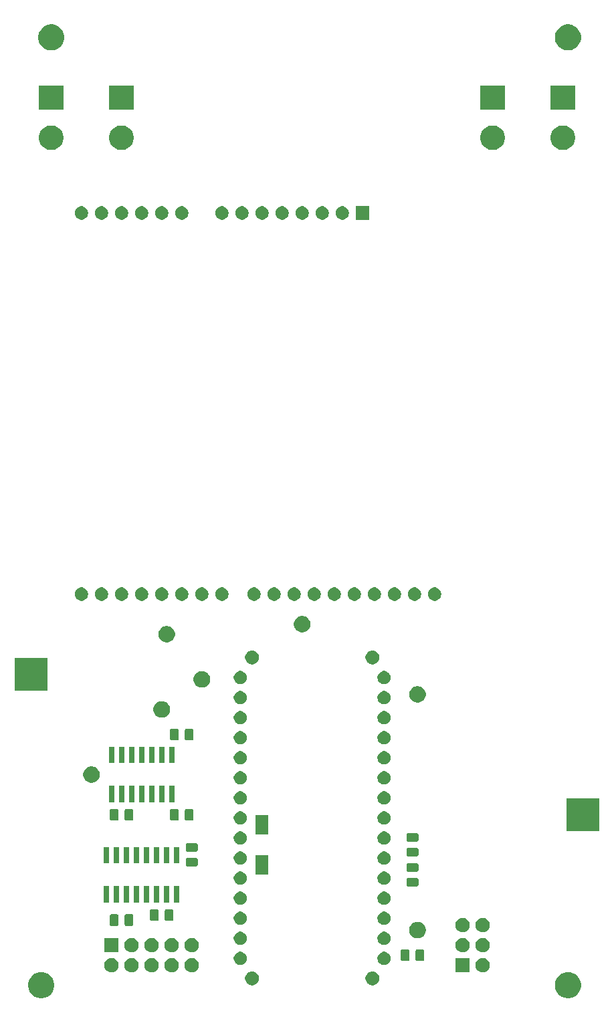
<source format=gbr>
G04 #@! TF.GenerationSoftware,KiCad,Pcbnew,5.1.5+dfsg1-2build2*
G04 #@! TF.CreationDate,2021-11-11T11:20:40+00:00*
G04 #@! TF.ProjectId,PIDController,50494443-6f6e-4747-926f-6c6c65722e6b,rev?*
G04 #@! TF.SameCoordinates,Original*
G04 #@! TF.FileFunction,Soldermask,Top*
G04 #@! TF.FilePolarity,Negative*
%FSLAX46Y46*%
G04 Gerber Fmt 4.6, Leading zero omitted, Abs format (unit mm)*
G04 Created by KiCad (PCBNEW 5.1.5+dfsg1-2build2) date 2021-11-11 11:20:40*
%MOMM*%
%LPD*%
G04 APERTURE LIST*
%ADD10C,0.100000*%
G04 APERTURE END LIST*
D10*
G36*
X183890256Y-150791298D02*
G01*
X183996579Y-150812447D01*
X184297042Y-150936903D01*
X184567451Y-151117585D01*
X184797415Y-151347549D01*
X184868324Y-151453672D01*
X184978098Y-151617960D01*
X185102553Y-151918422D01*
X185162705Y-152220822D01*
X185166000Y-152237391D01*
X185166000Y-152562609D01*
X185102553Y-152881579D01*
X184978097Y-153182042D01*
X184797415Y-153452451D01*
X184567451Y-153682415D01*
X184297042Y-153863097D01*
X183996579Y-153987553D01*
X183890256Y-154008702D01*
X183677611Y-154051000D01*
X183352389Y-154051000D01*
X183139744Y-154008702D01*
X183033421Y-153987553D01*
X182732958Y-153863097D01*
X182462549Y-153682415D01*
X182232585Y-153452451D01*
X182051903Y-153182042D01*
X181927447Y-152881579D01*
X181864000Y-152562609D01*
X181864000Y-152237391D01*
X181867296Y-152220822D01*
X181927447Y-151918422D01*
X182051902Y-151617960D01*
X182161676Y-151453672D01*
X182232585Y-151347549D01*
X182462549Y-151117585D01*
X182732958Y-150936903D01*
X183033421Y-150812447D01*
X183139744Y-150791298D01*
X183352389Y-150749000D01*
X183677611Y-150749000D01*
X183890256Y-150791298D01*
G37*
G36*
X117215256Y-150791298D02*
G01*
X117321579Y-150812447D01*
X117622042Y-150936903D01*
X117892451Y-151117585D01*
X118122415Y-151347549D01*
X118193324Y-151453672D01*
X118303098Y-151617960D01*
X118427553Y-151918422D01*
X118487705Y-152220822D01*
X118491000Y-152237391D01*
X118491000Y-152562609D01*
X118427553Y-152881579D01*
X118303097Y-153182042D01*
X118122415Y-153452451D01*
X117892451Y-153682415D01*
X117622042Y-153863097D01*
X117321579Y-153987553D01*
X117215256Y-154008702D01*
X117002611Y-154051000D01*
X116677389Y-154051000D01*
X116464744Y-154008702D01*
X116358421Y-153987553D01*
X116057958Y-153863097D01*
X115787549Y-153682415D01*
X115557585Y-153452451D01*
X115376903Y-153182042D01*
X115252447Y-152881579D01*
X115189000Y-152562609D01*
X115189000Y-152237391D01*
X115192296Y-152220822D01*
X115252447Y-151918422D01*
X115376902Y-151617960D01*
X115486676Y-151453672D01*
X115557585Y-151347549D01*
X115787549Y-151117585D01*
X116057958Y-150936903D01*
X116358421Y-150812447D01*
X116464744Y-150791298D01*
X116677389Y-150749000D01*
X117002611Y-150749000D01*
X117215256Y-150791298D01*
G37*
G36*
X158920997Y-150680342D02*
G01*
X159005666Y-150697183D01*
X159071738Y-150724551D01*
X159165177Y-150763255D01*
X159308736Y-150859178D01*
X159430822Y-150981264D01*
X159526745Y-151124823D01*
X159592817Y-151284335D01*
X159626500Y-151453671D01*
X159626500Y-151626329D01*
X159592817Y-151795665D01*
X159526745Y-151955177D01*
X159430822Y-152098736D01*
X159308736Y-152220822D01*
X159165177Y-152316745D01*
X159071738Y-152355449D01*
X159005666Y-152382817D01*
X158920997Y-152399658D01*
X158836329Y-152416500D01*
X158663671Y-152416500D01*
X158579003Y-152399658D01*
X158494334Y-152382817D01*
X158428262Y-152355449D01*
X158334823Y-152316745D01*
X158191264Y-152220822D01*
X158069178Y-152098736D01*
X157973255Y-151955177D01*
X157907183Y-151795665D01*
X157873500Y-151626329D01*
X157873500Y-151453671D01*
X157907183Y-151284335D01*
X157973255Y-151124823D01*
X158069178Y-150981264D01*
X158191264Y-150859178D01*
X158334823Y-150763255D01*
X158428262Y-150724551D01*
X158494334Y-150697183D01*
X158579003Y-150680342D01*
X158663671Y-150663500D01*
X158836329Y-150663500D01*
X158920997Y-150680342D01*
G37*
G36*
X143680997Y-150680342D02*
G01*
X143765666Y-150697183D01*
X143831738Y-150724551D01*
X143925177Y-150763255D01*
X144068736Y-150859178D01*
X144190822Y-150981264D01*
X144286745Y-151124823D01*
X144352817Y-151284335D01*
X144386500Y-151453671D01*
X144386500Y-151626329D01*
X144352817Y-151795665D01*
X144286745Y-151955177D01*
X144190822Y-152098736D01*
X144068736Y-152220822D01*
X143925177Y-152316745D01*
X143831738Y-152355449D01*
X143765666Y-152382817D01*
X143680997Y-152399658D01*
X143596329Y-152416500D01*
X143423671Y-152416500D01*
X143339003Y-152399658D01*
X143254334Y-152382817D01*
X143188262Y-152355449D01*
X143094823Y-152316745D01*
X142951264Y-152220822D01*
X142829178Y-152098736D01*
X142733255Y-151955177D01*
X142667183Y-151795665D01*
X142633500Y-151626329D01*
X142633500Y-151453671D01*
X142667183Y-151284335D01*
X142733255Y-151124823D01*
X142829178Y-150981264D01*
X142951264Y-150859178D01*
X143094823Y-150763255D01*
X143188262Y-150724551D01*
X143254334Y-150697183D01*
X143339003Y-150680342D01*
X143423671Y-150663500D01*
X143596329Y-150663500D01*
X143680997Y-150680342D01*
G37*
G36*
X125843512Y-148963927D02*
G01*
X125992812Y-148993624D01*
X126156784Y-149061544D01*
X126304354Y-149160147D01*
X126429853Y-149285646D01*
X126528456Y-149433216D01*
X126596376Y-149597188D01*
X126631000Y-149771259D01*
X126631000Y-149948741D01*
X126596376Y-150122812D01*
X126528456Y-150286784D01*
X126429853Y-150434354D01*
X126304354Y-150559853D01*
X126156784Y-150658456D01*
X125992812Y-150726376D01*
X125843512Y-150756073D01*
X125818742Y-150761000D01*
X125641258Y-150761000D01*
X125616488Y-150756073D01*
X125467188Y-150726376D01*
X125303216Y-150658456D01*
X125155646Y-150559853D01*
X125030147Y-150434354D01*
X124931544Y-150286784D01*
X124863624Y-150122812D01*
X124829000Y-149948741D01*
X124829000Y-149771259D01*
X124863624Y-149597188D01*
X124931544Y-149433216D01*
X125030147Y-149285646D01*
X125155646Y-149160147D01*
X125303216Y-149061544D01*
X125467188Y-148993624D01*
X125616488Y-148963927D01*
X125641258Y-148959000D01*
X125818742Y-148959000D01*
X125843512Y-148963927D01*
G37*
G36*
X136003512Y-148963927D02*
G01*
X136152812Y-148993624D01*
X136316784Y-149061544D01*
X136464354Y-149160147D01*
X136589853Y-149285646D01*
X136688456Y-149433216D01*
X136756376Y-149597188D01*
X136791000Y-149771259D01*
X136791000Y-149948741D01*
X136756376Y-150122812D01*
X136688456Y-150286784D01*
X136589853Y-150434354D01*
X136464354Y-150559853D01*
X136316784Y-150658456D01*
X136152812Y-150726376D01*
X136003512Y-150756073D01*
X135978742Y-150761000D01*
X135801258Y-150761000D01*
X135776488Y-150756073D01*
X135627188Y-150726376D01*
X135463216Y-150658456D01*
X135315646Y-150559853D01*
X135190147Y-150434354D01*
X135091544Y-150286784D01*
X135023624Y-150122812D01*
X134989000Y-149948741D01*
X134989000Y-149771259D01*
X135023624Y-149597188D01*
X135091544Y-149433216D01*
X135190147Y-149285646D01*
X135315646Y-149160147D01*
X135463216Y-149061544D01*
X135627188Y-148993624D01*
X135776488Y-148963927D01*
X135801258Y-148959000D01*
X135978742Y-148959000D01*
X136003512Y-148963927D01*
G37*
G36*
X128383512Y-148963927D02*
G01*
X128532812Y-148993624D01*
X128696784Y-149061544D01*
X128844354Y-149160147D01*
X128969853Y-149285646D01*
X129068456Y-149433216D01*
X129136376Y-149597188D01*
X129171000Y-149771259D01*
X129171000Y-149948741D01*
X129136376Y-150122812D01*
X129068456Y-150286784D01*
X128969853Y-150434354D01*
X128844354Y-150559853D01*
X128696784Y-150658456D01*
X128532812Y-150726376D01*
X128383512Y-150756073D01*
X128358742Y-150761000D01*
X128181258Y-150761000D01*
X128156488Y-150756073D01*
X128007188Y-150726376D01*
X127843216Y-150658456D01*
X127695646Y-150559853D01*
X127570147Y-150434354D01*
X127471544Y-150286784D01*
X127403624Y-150122812D01*
X127369000Y-149948741D01*
X127369000Y-149771259D01*
X127403624Y-149597188D01*
X127471544Y-149433216D01*
X127570147Y-149285646D01*
X127695646Y-149160147D01*
X127843216Y-149061544D01*
X128007188Y-148993624D01*
X128156488Y-148963927D01*
X128181258Y-148959000D01*
X128358742Y-148959000D01*
X128383512Y-148963927D01*
G37*
G36*
X130923512Y-148963927D02*
G01*
X131072812Y-148993624D01*
X131236784Y-149061544D01*
X131384354Y-149160147D01*
X131509853Y-149285646D01*
X131608456Y-149433216D01*
X131676376Y-149597188D01*
X131711000Y-149771259D01*
X131711000Y-149948741D01*
X131676376Y-150122812D01*
X131608456Y-150286784D01*
X131509853Y-150434354D01*
X131384354Y-150559853D01*
X131236784Y-150658456D01*
X131072812Y-150726376D01*
X130923512Y-150756073D01*
X130898742Y-150761000D01*
X130721258Y-150761000D01*
X130696488Y-150756073D01*
X130547188Y-150726376D01*
X130383216Y-150658456D01*
X130235646Y-150559853D01*
X130110147Y-150434354D01*
X130011544Y-150286784D01*
X129943624Y-150122812D01*
X129909000Y-149948741D01*
X129909000Y-149771259D01*
X129943624Y-149597188D01*
X130011544Y-149433216D01*
X130110147Y-149285646D01*
X130235646Y-149160147D01*
X130383216Y-149061544D01*
X130547188Y-148993624D01*
X130696488Y-148963927D01*
X130721258Y-148959000D01*
X130898742Y-148959000D01*
X130923512Y-148963927D01*
G37*
G36*
X172833512Y-148963927D02*
G01*
X172982812Y-148993624D01*
X173146784Y-149061544D01*
X173294354Y-149160147D01*
X173419853Y-149285646D01*
X173518456Y-149433216D01*
X173586376Y-149597188D01*
X173621000Y-149771259D01*
X173621000Y-149948741D01*
X173586376Y-150122812D01*
X173518456Y-150286784D01*
X173419853Y-150434354D01*
X173294354Y-150559853D01*
X173146784Y-150658456D01*
X172982812Y-150726376D01*
X172833512Y-150756073D01*
X172808742Y-150761000D01*
X172631258Y-150761000D01*
X172606488Y-150756073D01*
X172457188Y-150726376D01*
X172293216Y-150658456D01*
X172145646Y-150559853D01*
X172020147Y-150434354D01*
X171921544Y-150286784D01*
X171853624Y-150122812D01*
X171819000Y-149948741D01*
X171819000Y-149771259D01*
X171853624Y-149597188D01*
X171921544Y-149433216D01*
X172020147Y-149285646D01*
X172145646Y-149160147D01*
X172293216Y-149061544D01*
X172457188Y-148993624D01*
X172606488Y-148963927D01*
X172631258Y-148959000D01*
X172808742Y-148959000D01*
X172833512Y-148963927D01*
G37*
G36*
X133463512Y-148963927D02*
G01*
X133612812Y-148993624D01*
X133776784Y-149061544D01*
X133924354Y-149160147D01*
X134049853Y-149285646D01*
X134148456Y-149433216D01*
X134216376Y-149597188D01*
X134251000Y-149771259D01*
X134251000Y-149948741D01*
X134216376Y-150122812D01*
X134148456Y-150286784D01*
X134049853Y-150434354D01*
X133924354Y-150559853D01*
X133776784Y-150658456D01*
X133612812Y-150726376D01*
X133463512Y-150756073D01*
X133438742Y-150761000D01*
X133261258Y-150761000D01*
X133236488Y-150756073D01*
X133087188Y-150726376D01*
X132923216Y-150658456D01*
X132775646Y-150559853D01*
X132650147Y-150434354D01*
X132551544Y-150286784D01*
X132483624Y-150122812D01*
X132449000Y-149948741D01*
X132449000Y-149771259D01*
X132483624Y-149597188D01*
X132551544Y-149433216D01*
X132650147Y-149285646D01*
X132775646Y-149160147D01*
X132923216Y-149061544D01*
X133087188Y-148993624D01*
X133236488Y-148963927D01*
X133261258Y-148959000D01*
X133438742Y-148959000D01*
X133463512Y-148963927D01*
G37*
G36*
X171081000Y-150761000D02*
G01*
X169279000Y-150761000D01*
X169279000Y-148959000D01*
X171081000Y-148959000D01*
X171081000Y-150761000D01*
G37*
G36*
X142272394Y-148200934D02*
G01*
X142423624Y-148263576D01*
X142423626Y-148263577D01*
X142559732Y-148354520D01*
X142675480Y-148470268D01*
X142766423Y-148606374D01*
X142766424Y-148606376D01*
X142829066Y-148757606D01*
X142861000Y-148918152D01*
X142861000Y-149081848D01*
X142829066Y-149242394D01*
X142766424Y-149393624D01*
X142766423Y-149393626D01*
X142675480Y-149529732D01*
X142559732Y-149645480D01*
X142423626Y-149736423D01*
X142423625Y-149736424D01*
X142423624Y-149736424D01*
X142272394Y-149799066D01*
X142111848Y-149831000D01*
X141948152Y-149831000D01*
X141787606Y-149799066D01*
X141636376Y-149736424D01*
X141636375Y-149736424D01*
X141636374Y-149736423D01*
X141500268Y-149645480D01*
X141384520Y-149529732D01*
X141293577Y-149393626D01*
X141293576Y-149393624D01*
X141230934Y-149242394D01*
X141199000Y-149081848D01*
X141199000Y-148918152D01*
X141230934Y-148757606D01*
X141293576Y-148606376D01*
X141293577Y-148606374D01*
X141384520Y-148470268D01*
X141500268Y-148354520D01*
X141636374Y-148263577D01*
X141636376Y-148263576D01*
X141787606Y-148200934D01*
X141948152Y-148169000D01*
X142111848Y-148169000D01*
X142272394Y-148200934D01*
G37*
G36*
X160472394Y-148200934D02*
G01*
X160623624Y-148263576D01*
X160623626Y-148263577D01*
X160759732Y-148354520D01*
X160875480Y-148470268D01*
X160966423Y-148606374D01*
X160966424Y-148606376D01*
X161029066Y-148757606D01*
X161061000Y-148918152D01*
X161061000Y-149081848D01*
X161029066Y-149242394D01*
X160966424Y-149393624D01*
X160966423Y-149393626D01*
X160875480Y-149529732D01*
X160759732Y-149645480D01*
X160623626Y-149736423D01*
X160623625Y-149736424D01*
X160623624Y-149736424D01*
X160472394Y-149799066D01*
X160311848Y-149831000D01*
X160148152Y-149831000D01*
X159987606Y-149799066D01*
X159836376Y-149736424D01*
X159836375Y-149736424D01*
X159836374Y-149736423D01*
X159700268Y-149645480D01*
X159584520Y-149529732D01*
X159493577Y-149393626D01*
X159493576Y-149393624D01*
X159430934Y-149242394D01*
X159399000Y-149081848D01*
X159399000Y-148918152D01*
X159430934Y-148757606D01*
X159493576Y-148606376D01*
X159493577Y-148606374D01*
X159584520Y-148470268D01*
X159700268Y-148354520D01*
X159836374Y-148263577D01*
X159836376Y-148263576D01*
X159987606Y-148200934D01*
X160148152Y-148169000D01*
X160311848Y-148169000D01*
X160472394Y-148200934D01*
G37*
G36*
X163264468Y-147843565D02*
G01*
X163303138Y-147855296D01*
X163338777Y-147874346D01*
X163370017Y-147899983D01*
X163395654Y-147931223D01*
X163414704Y-147966862D01*
X163426435Y-148005532D01*
X163431000Y-148051888D01*
X163431000Y-149128112D01*
X163426435Y-149174468D01*
X163414704Y-149213138D01*
X163395654Y-149248777D01*
X163370017Y-149280017D01*
X163338777Y-149305654D01*
X163303138Y-149324704D01*
X163264468Y-149336435D01*
X163218112Y-149341000D01*
X162566888Y-149341000D01*
X162520532Y-149336435D01*
X162481862Y-149324704D01*
X162446223Y-149305654D01*
X162414983Y-149280017D01*
X162389346Y-149248777D01*
X162370296Y-149213138D01*
X162358565Y-149174468D01*
X162354000Y-149128112D01*
X162354000Y-148051888D01*
X162358565Y-148005532D01*
X162370296Y-147966862D01*
X162389346Y-147931223D01*
X162414983Y-147899983D01*
X162446223Y-147874346D01*
X162481862Y-147855296D01*
X162520532Y-147843565D01*
X162566888Y-147839000D01*
X163218112Y-147839000D01*
X163264468Y-147843565D01*
G37*
G36*
X165139468Y-147843565D02*
G01*
X165178138Y-147855296D01*
X165213777Y-147874346D01*
X165245017Y-147899983D01*
X165270654Y-147931223D01*
X165289704Y-147966862D01*
X165301435Y-148005532D01*
X165306000Y-148051888D01*
X165306000Y-149128112D01*
X165301435Y-149174468D01*
X165289704Y-149213138D01*
X165270654Y-149248777D01*
X165245017Y-149280017D01*
X165213777Y-149305654D01*
X165178138Y-149324704D01*
X165139468Y-149336435D01*
X165093112Y-149341000D01*
X164441888Y-149341000D01*
X164395532Y-149336435D01*
X164356862Y-149324704D01*
X164321223Y-149305654D01*
X164289983Y-149280017D01*
X164264346Y-149248777D01*
X164245296Y-149213138D01*
X164233565Y-149174468D01*
X164229000Y-149128112D01*
X164229000Y-148051888D01*
X164233565Y-148005532D01*
X164245296Y-147966862D01*
X164264346Y-147931223D01*
X164289983Y-147899983D01*
X164321223Y-147874346D01*
X164356862Y-147855296D01*
X164395532Y-147843565D01*
X164441888Y-147839000D01*
X165093112Y-147839000D01*
X165139468Y-147843565D01*
G37*
G36*
X133463512Y-146423927D02*
G01*
X133612812Y-146453624D01*
X133776784Y-146521544D01*
X133924354Y-146620147D01*
X134049853Y-146745646D01*
X134148456Y-146893216D01*
X134216376Y-147057188D01*
X134251000Y-147231259D01*
X134251000Y-147408741D01*
X134216376Y-147582812D01*
X134148456Y-147746784D01*
X134049853Y-147894354D01*
X133924354Y-148019853D01*
X133776784Y-148118456D01*
X133612812Y-148186376D01*
X133463512Y-148216073D01*
X133438742Y-148221000D01*
X133261258Y-148221000D01*
X133236488Y-148216073D01*
X133087188Y-148186376D01*
X132923216Y-148118456D01*
X132775646Y-148019853D01*
X132650147Y-147894354D01*
X132551544Y-147746784D01*
X132483624Y-147582812D01*
X132449000Y-147408741D01*
X132449000Y-147231259D01*
X132483624Y-147057188D01*
X132551544Y-146893216D01*
X132650147Y-146745646D01*
X132775646Y-146620147D01*
X132923216Y-146521544D01*
X133087188Y-146453624D01*
X133236488Y-146423927D01*
X133261258Y-146419000D01*
X133438742Y-146419000D01*
X133463512Y-146423927D01*
G37*
G36*
X172833512Y-146423927D02*
G01*
X172982812Y-146453624D01*
X173146784Y-146521544D01*
X173294354Y-146620147D01*
X173419853Y-146745646D01*
X173518456Y-146893216D01*
X173586376Y-147057188D01*
X173621000Y-147231259D01*
X173621000Y-147408741D01*
X173586376Y-147582812D01*
X173518456Y-147746784D01*
X173419853Y-147894354D01*
X173294354Y-148019853D01*
X173146784Y-148118456D01*
X172982812Y-148186376D01*
X172833512Y-148216073D01*
X172808742Y-148221000D01*
X172631258Y-148221000D01*
X172606488Y-148216073D01*
X172457188Y-148186376D01*
X172293216Y-148118456D01*
X172145646Y-148019853D01*
X172020147Y-147894354D01*
X171921544Y-147746784D01*
X171853624Y-147582812D01*
X171819000Y-147408741D01*
X171819000Y-147231259D01*
X171853624Y-147057188D01*
X171921544Y-146893216D01*
X172020147Y-146745646D01*
X172145646Y-146620147D01*
X172293216Y-146521544D01*
X172457188Y-146453624D01*
X172606488Y-146423927D01*
X172631258Y-146419000D01*
X172808742Y-146419000D01*
X172833512Y-146423927D01*
G37*
G36*
X170293512Y-146423927D02*
G01*
X170442812Y-146453624D01*
X170606784Y-146521544D01*
X170754354Y-146620147D01*
X170879853Y-146745646D01*
X170978456Y-146893216D01*
X171046376Y-147057188D01*
X171081000Y-147231259D01*
X171081000Y-147408741D01*
X171046376Y-147582812D01*
X170978456Y-147746784D01*
X170879853Y-147894354D01*
X170754354Y-148019853D01*
X170606784Y-148118456D01*
X170442812Y-148186376D01*
X170293512Y-148216073D01*
X170268742Y-148221000D01*
X170091258Y-148221000D01*
X170066488Y-148216073D01*
X169917188Y-148186376D01*
X169753216Y-148118456D01*
X169605646Y-148019853D01*
X169480147Y-147894354D01*
X169381544Y-147746784D01*
X169313624Y-147582812D01*
X169279000Y-147408741D01*
X169279000Y-147231259D01*
X169313624Y-147057188D01*
X169381544Y-146893216D01*
X169480147Y-146745646D01*
X169605646Y-146620147D01*
X169753216Y-146521544D01*
X169917188Y-146453624D01*
X170066488Y-146423927D01*
X170091258Y-146419000D01*
X170268742Y-146419000D01*
X170293512Y-146423927D01*
G37*
G36*
X130923512Y-146423927D02*
G01*
X131072812Y-146453624D01*
X131236784Y-146521544D01*
X131384354Y-146620147D01*
X131509853Y-146745646D01*
X131608456Y-146893216D01*
X131676376Y-147057188D01*
X131711000Y-147231259D01*
X131711000Y-147408741D01*
X131676376Y-147582812D01*
X131608456Y-147746784D01*
X131509853Y-147894354D01*
X131384354Y-148019853D01*
X131236784Y-148118456D01*
X131072812Y-148186376D01*
X130923512Y-148216073D01*
X130898742Y-148221000D01*
X130721258Y-148221000D01*
X130696488Y-148216073D01*
X130547188Y-148186376D01*
X130383216Y-148118456D01*
X130235646Y-148019853D01*
X130110147Y-147894354D01*
X130011544Y-147746784D01*
X129943624Y-147582812D01*
X129909000Y-147408741D01*
X129909000Y-147231259D01*
X129943624Y-147057188D01*
X130011544Y-146893216D01*
X130110147Y-146745646D01*
X130235646Y-146620147D01*
X130383216Y-146521544D01*
X130547188Y-146453624D01*
X130696488Y-146423927D01*
X130721258Y-146419000D01*
X130898742Y-146419000D01*
X130923512Y-146423927D01*
G37*
G36*
X136003512Y-146423927D02*
G01*
X136152812Y-146453624D01*
X136316784Y-146521544D01*
X136464354Y-146620147D01*
X136589853Y-146745646D01*
X136688456Y-146893216D01*
X136756376Y-147057188D01*
X136791000Y-147231259D01*
X136791000Y-147408741D01*
X136756376Y-147582812D01*
X136688456Y-147746784D01*
X136589853Y-147894354D01*
X136464354Y-148019853D01*
X136316784Y-148118456D01*
X136152812Y-148186376D01*
X136003512Y-148216073D01*
X135978742Y-148221000D01*
X135801258Y-148221000D01*
X135776488Y-148216073D01*
X135627188Y-148186376D01*
X135463216Y-148118456D01*
X135315646Y-148019853D01*
X135190147Y-147894354D01*
X135091544Y-147746784D01*
X135023624Y-147582812D01*
X134989000Y-147408741D01*
X134989000Y-147231259D01*
X135023624Y-147057188D01*
X135091544Y-146893216D01*
X135190147Y-146745646D01*
X135315646Y-146620147D01*
X135463216Y-146521544D01*
X135627188Y-146453624D01*
X135776488Y-146423927D01*
X135801258Y-146419000D01*
X135978742Y-146419000D01*
X136003512Y-146423927D01*
G37*
G36*
X128383512Y-146423927D02*
G01*
X128532812Y-146453624D01*
X128696784Y-146521544D01*
X128844354Y-146620147D01*
X128969853Y-146745646D01*
X129068456Y-146893216D01*
X129136376Y-147057188D01*
X129171000Y-147231259D01*
X129171000Y-147408741D01*
X129136376Y-147582812D01*
X129068456Y-147746784D01*
X128969853Y-147894354D01*
X128844354Y-148019853D01*
X128696784Y-148118456D01*
X128532812Y-148186376D01*
X128383512Y-148216073D01*
X128358742Y-148221000D01*
X128181258Y-148221000D01*
X128156488Y-148216073D01*
X128007188Y-148186376D01*
X127843216Y-148118456D01*
X127695646Y-148019853D01*
X127570147Y-147894354D01*
X127471544Y-147746784D01*
X127403624Y-147582812D01*
X127369000Y-147408741D01*
X127369000Y-147231259D01*
X127403624Y-147057188D01*
X127471544Y-146893216D01*
X127570147Y-146745646D01*
X127695646Y-146620147D01*
X127843216Y-146521544D01*
X128007188Y-146453624D01*
X128156488Y-146423927D01*
X128181258Y-146419000D01*
X128358742Y-146419000D01*
X128383512Y-146423927D01*
G37*
G36*
X126631000Y-148221000D02*
G01*
X124829000Y-148221000D01*
X124829000Y-146419000D01*
X126631000Y-146419000D01*
X126631000Y-148221000D01*
G37*
G36*
X142272394Y-145660934D02*
G01*
X142418769Y-145721565D01*
X142423626Y-145723577D01*
X142559732Y-145814520D01*
X142675480Y-145930268D01*
X142766423Y-146066374D01*
X142766424Y-146066376D01*
X142829066Y-146217606D01*
X142861000Y-146378152D01*
X142861000Y-146541848D01*
X142829066Y-146702394D01*
X142766424Y-146853624D01*
X142766423Y-146853626D01*
X142675480Y-146989732D01*
X142559732Y-147105480D01*
X142423626Y-147196423D01*
X142423625Y-147196424D01*
X142423624Y-147196424D01*
X142272394Y-147259066D01*
X142111848Y-147291000D01*
X141948152Y-147291000D01*
X141787606Y-147259066D01*
X141636376Y-147196424D01*
X141636375Y-147196424D01*
X141636374Y-147196423D01*
X141500268Y-147105480D01*
X141384520Y-146989732D01*
X141293577Y-146853626D01*
X141293576Y-146853624D01*
X141230934Y-146702394D01*
X141199000Y-146541848D01*
X141199000Y-146378152D01*
X141230934Y-146217606D01*
X141293576Y-146066376D01*
X141293577Y-146066374D01*
X141384520Y-145930268D01*
X141500268Y-145814520D01*
X141636374Y-145723577D01*
X141641231Y-145721565D01*
X141787606Y-145660934D01*
X141948152Y-145629000D01*
X142111848Y-145629000D01*
X142272394Y-145660934D01*
G37*
G36*
X160472394Y-145660934D02*
G01*
X160618769Y-145721565D01*
X160623626Y-145723577D01*
X160759732Y-145814520D01*
X160875480Y-145930268D01*
X160966423Y-146066374D01*
X160966424Y-146066376D01*
X161029066Y-146217606D01*
X161061000Y-146378152D01*
X161061000Y-146541848D01*
X161029066Y-146702394D01*
X160966424Y-146853624D01*
X160966423Y-146853626D01*
X160875480Y-146989732D01*
X160759732Y-147105480D01*
X160623626Y-147196423D01*
X160623625Y-147196424D01*
X160623624Y-147196424D01*
X160472394Y-147259066D01*
X160311848Y-147291000D01*
X160148152Y-147291000D01*
X159987606Y-147259066D01*
X159836376Y-147196424D01*
X159836375Y-147196424D01*
X159836374Y-147196423D01*
X159700268Y-147105480D01*
X159584520Y-146989732D01*
X159493577Y-146853626D01*
X159493576Y-146853624D01*
X159430934Y-146702394D01*
X159399000Y-146541848D01*
X159399000Y-146378152D01*
X159430934Y-146217606D01*
X159493576Y-146066376D01*
X159493577Y-146066374D01*
X159584520Y-145930268D01*
X159700268Y-145814520D01*
X159836374Y-145723577D01*
X159841231Y-145721565D01*
X159987606Y-145660934D01*
X160148152Y-145629000D01*
X160311848Y-145629000D01*
X160472394Y-145660934D01*
G37*
G36*
X164771564Y-144404389D02*
G01*
X164962833Y-144483615D01*
X164962835Y-144483616D01*
X165134973Y-144598635D01*
X165281365Y-144745027D01*
X165379192Y-144891435D01*
X165396385Y-144917167D01*
X165475611Y-145108436D01*
X165516000Y-145311484D01*
X165516000Y-145518516D01*
X165475611Y-145721564D01*
X165474777Y-145723577D01*
X165396384Y-145912835D01*
X165281365Y-146084973D01*
X165134973Y-146231365D01*
X164962835Y-146346384D01*
X164962834Y-146346385D01*
X164962833Y-146346385D01*
X164771564Y-146425611D01*
X164568516Y-146466000D01*
X164361484Y-146466000D01*
X164158436Y-146425611D01*
X163967167Y-146346385D01*
X163967166Y-146346385D01*
X163967165Y-146346384D01*
X163795027Y-146231365D01*
X163648635Y-146084973D01*
X163533616Y-145912835D01*
X163455223Y-145723577D01*
X163454389Y-145721564D01*
X163414000Y-145518516D01*
X163414000Y-145311484D01*
X163454389Y-145108436D01*
X163533615Y-144917167D01*
X163550809Y-144891435D01*
X163648635Y-144745027D01*
X163795027Y-144598635D01*
X163967165Y-144483616D01*
X163967167Y-144483615D01*
X164158436Y-144404389D01*
X164361484Y-144364000D01*
X164568516Y-144364000D01*
X164771564Y-144404389D01*
G37*
G36*
X170293512Y-143883927D02*
G01*
X170442812Y-143913624D01*
X170606784Y-143981544D01*
X170754354Y-144080147D01*
X170879853Y-144205646D01*
X170978456Y-144353216D01*
X171046376Y-144517188D01*
X171081000Y-144691259D01*
X171081000Y-144868741D01*
X171046376Y-145042812D01*
X170978456Y-145206784D01*
X170879853Y-145354354D01*
X170754354Y-145479853D01*
X170606784Y-145578456D01*
X170442812Y-145646376D01*
X170293512Y-145676073D01*
X170268742Y-145681000D01*
X170091258Y-145681000D01*
X170066488Y-145676073D01*
X169917188Y-145646376D01*
X169753216Y-145578456D01*
X169605646Y-145479853D01*
X169480147Y-145354354D01*
X169381544Y-145206784D01*
X169313624Y-145042812D01*
X169279000Y-144868741D01*
X169279000Y-144691259D01*
X169313624Y-144517188D01*
X169381544Y-144353216D01*
X169480147Y-144205646D01*
X169605646Y-144080147D01*
X169753216Y-143981544D01*
X169917188Y-143913624D01*
X170066488Y-143883927D01*
X170091258Y-143879000D01*
X170268742Y-143879000D01*
X170293512Y-143883927D01*
G37*
G36*
X172833512Y-143883927D02*
G01*
X172982812Y-143913624D01*
X173146784Y-143981544D01*
X173294354Y-144080147D01*
X173419853Y-144205646D01*
X173518456Y-144353216D01*
X173586376Y-144517188D01*
X173621000Y-144691259D01*
X173621000Y-144868741D01*
X173586376Y-145042812D01*
X173518456Y-145206784D01*
X173419853Y-145354354D01*
X173294354Y-145479853D01*
X173146784Y-145578456D01*
X172982812Y-145646376D01*
X172833512Y-145676073D01*
X172808742Y-145681000D01*
X172631258Y-145681000D01*
X172606488Y-145676073D01*
X172457188Y-145646376D01*
X172293216Y-145578456D01*
X172145646Y-145479853D01*
X172020147Y-145354354D01*
X171921544Y-145206784D01*
X171853624Y-145042812D01*
X171819000Y-144868741D01*
X171819000Y-144691259D01*
X171853624Y-144517188D01*
X171921544Y-144353216D01*
X172020147Y-144205646D01*
X172145646Y-144080147D01*
X172293216Y-143981544D01*
X172457188Y-143913624D01*
X172606488Y-143883927D01*
X172631258Y-143879000D01*
X172808742Y-143879000D01*
X172833512Y-143883927D01*
G37*
G36*
X128309468Y-143398565D02*
G01*
X128348138Y-143410296D01*
X128383777Y-143429346D01*
X128415017Y-143454983D01*
X128440654Y-143486223D01*
X128459704Y-143521862D01*
X128471435Y-143560532D01*
X128476000Y-143606888D01*
X128476000Y-144683112D01*
X128471435Y-144729468D01*
X128459704Y-144768138D01*
X128440654Y-144803777D01*
X128415017Y-144835017D01*
X128383777Y-144860654D01*
X128348138Y-144879704D01*
X128309468Y-144891435D01*
X128263112Y-144896000D01*
X127611888Y-144896000D01*
X127565532Y-144891435D01*
X127526862Y-144879704D01*
X127491223Y-144860654D01*
X127459983Y-144835017D01*
X127434346Y-144803777D01*
X127415296Y-144768138D01*
X127403565Y-144729468D01*
X127399000Y-144683112D01*
X127399000Y-143606888D01*
X127403565Y-143560532D01*
X127415296Y-143521862D01*
X127434346Y-143486223D01*
X127459983Y-143454983D01*
X127491223Y-143429346D01*
X127526862Y-143410296D01*
X127565532Y-143398565D01*
X127611888Y-143394000D01*
X128263112Y-143394000D01*
X128309468Y-143398565D01*
G37*
G36*
X126434468Y-143398565D02*
G01*
X126473138Y-143410296D01*
X126508777Y-143429346D01*
X126540017Y-143454983D01*
X126565654Y-143486223D01*
X126584704Y-143521862D01*
X126596435Y-143560532D01*
X126601000Y-143606888D01*
X126601000Y-144683112D01*
X126596435Y-144729468D01*
X126584704Y-144768138D01*
X126565654Y-144803777D01*
X126540017Y-144835017D01*
X126508777Y-144860654D01*
X126473138Y-144879704D01*
X126434468Y-144891435D01*
X126388112Y-144896000D01*
X125736888Y-144896000D01*
X125690532Y-144891435D01*
X125651862Y-144879704D01*
X125616223Y-144860654D01*
X125584983Y-144835017D01*
X125559346Y-144803777D01*
X125540296Y-144768138D01*
X125528565Y-144729468D01*
X125524000Y-144683112D01*
X125524000Y-143606888D01*
X125528565Y-143560532D01*
X125540296Y-143521862D01*
X125559346Y-143486223D01*
X125584983Y-143454983D01*
X125616223Y-143429346D01*
X125651862Y-143410296D01*
X125690532Y-143398565D01*
X125736888Y-143394000D01*
X126388112Y-143394000D01*
X126434468Y-143398565D01*
G37*
G36*
X142272394Y-143120934D02*
G01*
X142423624Y-143183576D01*
X142423626Y-143183577D01*
X142559732Y-143274520D01*
X142675480Y-143390268D01*
X142763408Y-143521862D01*
X142766424Y-143526376D01*
X142829066Y-143677606D01*
X142861000Y-143838152D01*
X142861000Y-144001848D01*
X142829066Y-144162394D01*
X142766424Y-144313624D01*
X142766423Y-144313626D01*
X142675480Y-144449732D01*
X142559732Y-144565480D01*
X142423626Y-144656423D01*
X142423625Y-144656424D01*
X142423624Y-144656424D01*
X142272394Y-144719066D01*
X142111848Y-144751000D01*
X141948152Y-144751000D01*
X141787606Y-144719066D01*
X141636376Y-144656424D01*
X141636375Y-144656424D01*
X141636374Y-144656423D01*
X141500268Y-144565480D01*
X141384520Y-144449732D01*
X141293577Y-144313626D01*
X141293576Y-144313624D01*
X141230934Y-144162394D01*
X141199000Y-144001848D01*
X141199000Y-143838152D01*
X141230934Y-143677606D01*
X141293576Y-143526376D01*
X141296592Y-143521862D01*
X141384520Y-143390268D01*
X141500268Y-143274520D01*
X141636374Y-143183577D01*
X141636376Y-143183576D01*
X141787606Y-143120934D01*
X141948152Y-143089000D01*
X142111848Y-143089000D01*
X142272394Y-143120934D01*
G37*
G36*
X160472394Y-143120934D02*
G01*
X160623624Y-143183576D01*
X160623626Y-143183577D01*
X160759732Y-143274520D01*
X160875480Y-143390268D01*
X160963408Y-143521862D01*
X160966424Y-143526376D01*
X161029066Y-143677606D01*
X161061000Y-143838152D01*
X161061000Y-144001848D01*
X161029066Y-144162394D01*
X160966424Y-144313624D01*
X160966423Y-144313626D01*
X160875480Y-144449732D01*
X160759732Y-144565480D01*
X160623626Y-144656423D01*
X160623625Y-144656424D01*
X160623624Y-144656424D01*
X160472394Y-144719066D01*
X160311848Y-144751000D01*
X160148152Y-144751000D01*
X159987606Y-144719066D01*
X159836376Y-144656424D01*
X159836375Y-144656424D01*
X159836374Y-144656423D01*
X159700268Y-144565480D01*
X159584520Y-144449732D01*
X159493577Y-144313626D01*
X159493576Y-144313624D01*
X159430934Y-144162394D01*
X159399000Y-144001848D01*
X159399000Y-143838152D01*
X159430934Y-143677606D01*
X159493576Y-143526376D01*
X159496592Y-143521862D01*
X159584520Y-143390268D01*
X159700268Y-143274520D01*
X159836374Y-143183577D01*
X159836376Y-143183576D01*
X159987606Y-143120934D01*
X160148152Y-143089000D01*
X160311848Y-143089000D01*
X160472394Y-143120934D01*
G37*
G36*
X131514468Y-142763565D02*
G01*
X131553138Y-142775296D01*
X131588777Y-142794346D01*
X131620017Y-142819983D01*
X131645654Y-142851223D01*
X131664704Y-142886862D01*
X131676435Y-142925532D01*
X131681000Y-142971888D01*
X131681000Y-144048112D01*
X131676435Y-144094468D01*
X131664704Y-144133138D01*
X131645654Y-144168777D01*
X131620017Y-144200017D01*
X131588777Y-144225654D01*
X131553138Y-144244704D01*
X131514468Y-144256435D01*
X131468112Y-144261000D01*
X130816888Y-144261000D01*
X130770532Y-144256435D01*
X130731862Y-144244704D01*
X130696223Y-144225654D01*
X130664983Y-144200017D01*
X130639346Y-144168777D01*
X130620296Y-144133138D01*
X130608565Y-144094468D01*
X130604000Y-144048112D01*
X130604000Y-142971888D01*
X130608565Y-142925532D01*
X130620296Y-142886862D01*
X130639346Y-142851223D01*
X130664983Y-142819983D01*
X130696223Y-142794346D01*
X130731862Y-142775296D01*
X130770532Y-142763565D01*
X130816888Y-142759000D01*
X131468112Y-142759000D01*
X131514468Y-142763565D01*
G37*
G36*
X133389468Y-142763565D02*
G01*
X133428138Y-142775296D01*
X133463777Y-142794346D01*
X133495017Y-142819983D01*
X133520654Y-142851223D01*
X133539704Y-142886862D01*
X133551435Y-142925532D01*
X133556000Y-142971888D01*
X133556000Y-144048112D01*
X133551435Y-144094468D01*
X133539704Y-144133138D01*
X133520654Y-144168777D01*
X133495017Y-144200017D01*
X133463777Y-144225654D01*
X133428138Y-144244704D01*
X133389468Y-144256435D01*
X133343112Y-144261000D01*
X132691888Y-144261000D01*
X132645532Y-144256435D01*
X132606862Y-144244704D01*
X132571223Y-144225654D01*
X132539983Y-144200017D01*
X132514346Y-144168777D01*
X132495296Y-144133138D01*
X132483565Y-144094468D01*
X132479000Y-144048112D01*
X132479000Y-142971888D01*
X132483565Y-142925532D01*
X132495296Y-142886862D01*
X132514346Y-142851223D01*
X132539983Y-142819983D01*
X132571223Y-142794346D01*
X132606862Y-142775296D01*
X132645532Y-142763565D01*
X132691888Y-142759000D01*
X133343112Y-142759000D01*
X133389468Y-142763565D01*
G37*
G36*
X142272394Y-140580934D02*
G01*
X142423624Y-140643576D01*
X142423626Y-140643577D01*
X142559732Y-140734520D01*
X142675480Y-140850268D01*
X142766423Y-140986374D01*
X142766424Y-140986376D01*
X142829066Y-141137606D01*
X142861000Y-141298152D01*
X142861000Y-141461848D01*
X142829066Y-141622394D01*
X142766424Y-141773624D01*
X142766423Y-141773626D01*
X142675480Y-141909732D01*
X142559732Y-142025480D01*
X142423626Y-142116423D01*
X142423625Y-142116424D01*
X142423624Y-142116424D01*
X142272394Y-142179066D01*
X142111848Y-142211000D01*
X141948152Y-142211000D01*
X141787606Y-142179066D01*
X141636376Y-142116424D01*
X141636375Y-142116424D01*
X141636374Y-142116423D01*
X141500268Y-142025480D01*
X141384520Y-141909732D01*
X141293577Y-141773626D01*
X141293576Y-141773624D01*
X141230934Y-141622394D01*
X141199000Y-141461848D01*
X141199000Y-141298152D01*
X141230934Y-141137606D01*
X141293576Y-140986376D01*
X141293577Y-140986374D01*
X141384520Y-140850268D01*
X141500268Y-140734520D01*
X141636374Y-140643577D01*
X141636376Y-140643576D01*
X141787606Y-140580934D01*
X141948152Y-140549000D01*
X142111848Y-140549000D01*
X142272394Y-140580934D01*
G37*
G36*
X160472394Y-140580934D02*
G01*
X160623624Y-140643576D01*
X160623626Y-140643577D01*
X160759732Y-140734520D01*
X160875480Y-140850268D01*
X160966423Y-140986374D01*
X160966424Y-140986376D01*
X161029066Y-141137606D01*
X161061000Y-141298152D01*
X161061000Y-141461848D01*
X161029066Y-141622394D01*
X160966424Y-141773624D01*
X160966423Y-141773626D01*
X160875480Y-141909732D01*
X160759732Y-142025480D01*
X160623626Y-142116423D01*
X160623625Y-142116424D01*
X160623624Y-142116424D01*
X160472394Y-142179066D01*
X160311848Y-142211000D01*
X160148152Y-142211000D01*
X159987606Y-142179066D01*
X159836376Y-142116424D01*
X159836375Y-142116424D01*
X159836374Y-142116423D01*
X159700268Y-142025480D01*
X159584520Y-141909732D01*
X159493577Y-141773626D01*
X159493576Y-141773624D01*
X159430934Y-141622394D01*
X159399000Y-141461848D01*
X159399000Y-141298152D01*
X159430934Y-141137606D01*
X159493576Y-140986376D01*
X159493577Y-140986374D01*
X159584520Y-140850268D01*
X159700268Y-140734520D01*
X159836374Y-140643577D01*
X159836376Y-140643576D01*
X159987606Y-140580934D01*
X160148152Y-140549000D01*
X160311848Y-140549000D01*
X160472394Y-140580934D01*
G37*
G36*
X131796000Y-141941000D02*
G01*
X131094000Y-141941000D01*
X131094000Y-139869000D01*
X131796000Y-139869000D01*
X131796000Y-141941000D01*
G37*
G36*
X133066000Y-141941000D02*
G01*
X132364000Y-141941000D01*
X132364000Y-139869000D01*
X133066000Y-139869000D01*
X133066000Y-141941000D01*
G37*
G36*
X134336000Y-141941000D02*
G01*
X133634000Y-141941000D01*
X133634000Y-139869000D01*
X134336000Y-139869000D01*
X134336000Y-141941000D01*
G37*
G36*
X127986000Y-141941000D02*
G01*
X127284000Y-141941000D01*
X127284000Y-139869000D01*
X127986000Y-139869000D01*
X127986000Y-141941000D01*
G37*
G36*
X129256000Y-141941000D02*
G01*
X128554000Y-141941000D01*
X128554000Y-139869000D01*
X129256000Y-139869000D01*
X129256000Y-141941000D01*
G37*
G36*
X130526000Y-141941000D02*
G01*
X129824000Y-141941000D01*
X129824000Y-139869000D01*
X130526000Y-139869000D01*
X130526000Y-141941000D01*
G37*
G36*
X126716000Y-141941000D02*
G01*
X126014000Y-141941000D01*
X126014000Y-139869000D01*
X126716000Y-139869000D01*
X126716000Y-141941000D01*
G37*
G36*
X125446000Y-141941000D02*
G01*
X124744000Y-141941000D01*
X124744000Y-139869000D01*
X125446000Y-139869000D01*
X125446000Y-141941000D01*
G37*
G36*
X164414468Y-138833565D02*
G01*
X164453138Y-138845296D01*
X164488777Y-138864346D01*
X164520017Y-138889983D01*
X164545654Y-138921223D01*
X164564704Y-138956862D01*
X164576435Y-138995532D01*
X164581000Y-139041888D01*
X164581000Y-139693112D01*
X164576435Y-139739468D01*
X164564704Y-139778138D01*
X164545654Y-139813777D01*
X164520017Y-139845017D01*
X164488777Y-139870654D01*
X164453138Y-139889704D01*
X164414468Y-139901435D01*
X164368112Y-139906000D01*
X163291888Y-139906000D01*
X163245532Y-139901435D01*
X163206862Y-139889704D01*
X163171223Y-139870654D01*
X163139983Y-139845017D01*
X163114346Y-139813777D01*
X163095296Y-139778138D01*
X163083565Y-139739468D01*
X163079000Y-139693112D01*
X163079000Y-139041888D01*
X163083565Y-138995532D01*
X163095296Y-138956862D01*
X163114346Y-138921223D01*
X163139983Y-138889983D01*
X163171223Y-138864346D01*
X163206862Y-138845296D01*
X163245532Y-138833565D01*
X163291888Y-138829000D01*
X164368112Y-138829000D01*
X164414468Y-138833565D01*
G37*
G36*
X160472394Y-138040934D02*
G01*
X160623624Y-138103576D01*
X160623626Y-138103577D01*
X160759732Y-138194520D01*
X160875480Y-138310268D01*
X160966423Y-138446374D01*
X160966424Y-138446376D01*
X161029066Y-138597606D01*
X161061000Y-138758152D01*
X161061000Y-138921848D01*
X161029066Y-139082394D01*
X160966424Y-139233624D01*
X160966423Y-139233626D01*
X160875480Y-139369732D01*
X160759732Y-139485480D01*
X160623626Y-139576423D01*
X160623625Y-139576424D01*
X160623624Y-139576424D01*
X160472394Y-139639066D01*
X160311848Y-139671000D01*
X160148152Y-139671000D01*
X159987606Y-139639066D01*
X159836376Y-139576424D01*
X159836375Y-139576424D01*
X159836374Y-139576423D01*
X159700268Y-139485480D01*
X159584520Y-139369732D01*
X159493577Y-139233626D01*
X159493576Y-139233624D01*
X159430934Y-139082394D01*
X159399000Y-138921848D01*
X159399000Y-138758152D01*
X159430934Y-138597606D01*
X159493576Y-138446376D01*
X159493577Y-138446374D01*
X159584520Y-138310268D01*
X159700268Y-138194520D01*
X159836374Y-138103577D01*
X159836376Y-138103576D01*
X159987606Y-138040934D01*
X160148152Y-138009000D01*
X160311848Y-138009000D01*
X160472394Y-138040934D01*
G37*
G36*
X142272394Y-138040934D02*
G01*
X142423624Y-138103576D01*
X142423626Y-138103577D01*
X142559732Y-138194520D01*
X142675480Y-138310268D01*
X142766423Y-138446374D01*
X142766424Y-138446376D01*
X142829066Y-138597606D01*
X142861000Y-138758152D01*
X142861000Y-138921848D01*
X142829066Y-139082394D01*
X142766424Y-139233624D01*
X142766423Y-139233626D01*
X142675480Y-139369732D01*
X142559732Y-139485480D01*
X142423626Y-139576423D01*
X142423625Y-139576424D01*
X142423624Y-139576424D01*
X142272394Y-139639066D01*
X142111848Y-139671000D01*
X141948152Y-139671000D01*
X141787606Y-139639066D01*
X141636376Y-139576424D01*
X141636375Y-139576424D01*
X141636374Y-139576423D01*
X141500268Y-139485480D01*
X141384520Y-139369732D01*
X141293577Y-139233626D01*
X141293576Y-139233624D01*
X141230934Y-139082394D01*
X141199000Y-138921848D01*
X141199000Y-138758152D01*
X141230934Y-138597606D01*
X141293576Y-138446376D01*
X141293577Y-138446374D01*
X141384520Y-138310268D01*
X141500268Y-138194520D01*
X141636374Y-138103577D01*
X141636376Y-138103576D01*
X141787606Y-138040934D01*
X141948152Y-138009000D01*
X142111848Y-138009000D01*
X142272394Y-138040934D01*
G37*
G36*
X145581000Y-138361000D02*
G01*
X143979000Y-138361000D01*
X143979000Y-135959000D01*
X145581000Y-135959000D01*
X145581000Y-138361000D01*
G37*
G36*
X164414468Y-136958565D02*
G01*
X164453138Y-136970296D01*
X164488777Y-136989346D01*
X164520017Y-137014983D01*
X164545654Y-137046223D01*
X164564704Y-137081862D01*
X164576435Y-137120532D01*
X164581000Y-137166888D01*
X164581000Y-137818112D01*
X164576435Y-137864468D01*
X164564704Y-137903138D01*
X164545654Y-137938777D01*
X164520017Y-137970017D01*
X164488777Y-137995654D01*
X164453138Y-138014704D01*
X164414468Y-138026435D01*
X164368112Y-138031000D01*
X163291888Y-138031000D01*
X163245532Y-138026435D01*
X163206862Y-138014704D01*
X163171223Y-137995654D01*
X163139983Y-137970017D01*
X163114346Y-137938777D01*
X163095296Y-137903138D01*
X163083565Y-137864468D01*
X163079000Y-137818112D01*
X163079000Y-137166888D01*
X163083565Y-137120532D01*
X163095296Y-137081862D01*
X163114346Y-137046223D01*
X163139983Y-137014983D01*
X163171223Y-136989346D01*
X163206862Y-136970296D01*
X163245532Y-136958565D01*
X163291888Y-136954000D01*
X164368112Y-136954000D01*
X164414468Y-136958565D01*
G37*
G36*
X136474468Y-136293565D02*
G01*
X136513138Y-136305296D01*
X136548777Y-136324346D01*
X136580017Y-136349983D01*
X136605654Y-136381223D01*
X136624704Y-136416862D01*
X136636435Y-136455532D01*
X136641000Y-136501888D01*
X136641000Y-137153112D01*
X136636435Y-137199468D01*
X136624704Y-137238138D01*
X136605654Y-137273777D01*
X136580017Y-137305017D01*
X136548777Y-137330654D01*
X136513138Y-137349704D01*
X136474468Y-137361435D01*
X136428112Y-137366000D01*
X135351888Y-137366000D01*
X135305532Y-137361435D01*
X135266862Y-137349704D01*
X135231223Y-137330654D01*
X135199983Y-137305017D01*
X135174346Y-137273777D01*
X135155296Y-137238138D01*
X135143565Y-137199468D01*
X135139000Y-137153112D01*
X135139000Y-136501888D01*
X135143565Y-136455532D01*
X135155296Y-136416862D01*
X135174346Y-136381223D01*
X135199983Y-136349983D01*
X135231223Y-136324346D01*
X135266862Y-136305296D01*
X135305532Y-136293565D01*
X135351888Y-136289000D01*
X136428112Y-136289000D01*
X136474468Y-136293565D01*
G37*
G36*
X142272394Y-135500934D02*
G01*
X142423624Y-135563576D01*
X142423626Y-135563577D01*
X142559732Y-135654520D01*
X142675480Y-135770268D01*
X142766423Y-135906374D01*
X142766424Y-135906376D01*
X142829066Y-136057606D01*
X142861000Y-136218152D01*
X142861000Y-136381848D01*
X142829066Y-136542394D01*
X142766424Y-136693624D01*
X142766423Y-136693626D01*
X142675480Y-136829732D01*
X142559732Y-136945480D01*
X142423626Y-137036423D01*
X142423625Y-137036424D01*
X142423624Y-137036424D01*
X142272394Y-137099066D01*
X142111848Y-137131000D01*
X141948152Y-137131000D01*
X141787606Y-137099066D01*
X141636376Y-137036424D01*
X141636375Y-137036424D01*
X141636374Y-137036423D01*
X141500268Y-136945480D01*
X141384520Y-136829732D01*
X141293577Y-136693626D01*
X141293576Y-136693624D01*
X141230934Y-136542394D01*
X141199000Y-136381848D01*
X141199000Y-136218152D01*
X141230934Y-136057606D01*
X141293576Y-135906376D01*
X141293577Y-135906374D01*
X141384520Y-135770268D01*
X141500268Y-135654520D01*
X141636374Y-135563577D01*
X141636376Y-135563576D01*
X141787606Y-135500934D01*
X141948152Y-135469000D01*
X142111848Y-135469000D01*
X142272394Y-135500934D01*
G37*
G36*
X160472394Y-135500934D02*
G01*
X160623624Y-135563576D01*
X160623626Y-135563577D01*
X160759732Y-135654520D01*
X160875480Y-135770268D01*
X160966423Y-135906374D01*
X160966424Y-135906376D01*
X161029066Y-136057606D01*
X161061000Y-136218152D01*
X161061000Y-136381848D01*
X161029066Y-136542394D01*
X160966424Y-136693624D01*
X160966423Y-136693626D01*
X160875480Y-136829732D01*
X160759732Y-136945480D01*
X160623626Y-137036423D01*
X160623625Y-137036424D01*
X160623624Y-137036424D01*
X160472394Y-137099066D01*
X160311848Y-137131000D01*
X160148152Y-137131000D01*
X159987606Y-137099066D01*
X159836376Y-137036424D01*
X159836375Y-137036424D01*
X159836374Y-137036423D01*
X159700268Y-136945480D01*
X159584520Y-136829732D01*
X159493577Y-136693626D01*
X159493576Y-136693624D01*
X159430934Y-136542394D01*
X159399000Y-136381848D01*
X159399000Y-136218152D01*
X159430934Y-136057606D01*
X159493576Y-135906376D01*
X159493577Y-135906374D01*
X159584520Y-135770268D01*
X159700268Y-135654520D01*
X159836374Y-135563577D01*
X159836376Y-135563576D01*
X159987606Y-135500934D01*
X160148152Y-135469000D01*
X160311848Y-135469000D01*
X160472394Y-135500934D01*
G37*
G36*
X127986000Y-136991000D02*
G01*
X127284000Y-136991000D01*
X127284000Y-134919000D01*
X127986000Y-134919000D01*
X127986000Y-136991000D01*
G37*
G36*
X130526000Y-136991000D02*
G01*
X129824000Y-136991000D01*
X129824000Y-134919000D01*
X130526000Y-134919000D01*
X130526000Y-136991000D01*
G37*
G36*
X131796000Y-136991000D02*
G01*
X131094000Y-136991000D01*
X131094000Y-134919000D01*
X131796000Y-134919000D01*
X131796000Y-136991000D01*
G37*
G36*
X133066000Y-136991000D02*
G01*
X132364000Y-136991000D01*
X132364000Y-134919000D01*
X133066000Y-134919000D01*
X133066000Y-136991000D01*
G37*
G36*
X126716000Y-136991000D02*
G01*
X126014000Y-136991000D01*
X126014000Y-134919000D01*
X126716000Y-134919000D01*
X126716000Y-136991000D01*
G37*
G36*
X125446000Y-136991000D02*
G01*
X124744000Y-136991000D01*
X124744000Y-134919000D01*
X125446000Y-134919000D01*
X125446000Y-136991000D01*
G37*
G36*
X129256000Y-136991000D02*
G01*
X128554000Y-136991000D01*
X128554000Y-134919000D01*
X129256000Y-134919000D01*
X129256000Y-136991000D01*
G37*
G36*
X134336000Y-136991000D02*
G01*
X133634000Y-136991000D01*
X133634000Y-134919000D01*
X134336000Y-134919000D01*
X134336000Y-136991000D01*
G37*
G36*
X164414468Y-135023565D02*
G01*
X164453138Y-135035296D01*
X164488777Y-135054346D01*
X164520017Y-135079983D01*
X164545654Y-135111223D01*
X164564704Y-135146862D01*
X164576435Y-135185532D01*
X164581000Y-135231888D01*
X164581000Y-135883112D01*
X164576435Y-135929468D01*
X164564704Y-135968138D01*
X164545654Y-136003777D01*
X164520017Y-136035017D01*
X164488777Y-136060654D01*
X164453138Y-136079704D01*
X164414468Y-136091435D01*
X164368112Y-136096000D01*
X163291888Y-136096000D01*
X163245532Y-136091435D01*
X163206862Y-136079704D01*
X163171223Y-136060654D01*
X163139983Y-136035017D01*
X163114346Y-136003777D01*
X163095296Y-135968138D01*
X163083565Y-135929468D01*
X163079000Y-135883112D01*
X163079000Y-135231888D01*
X163083565Y-135185532D01*
X163095296Y-135146862D01*
X163114346Y-135111223D01*
X163139983Y-135079983D01*
X163171223Y-135054346D01*
X163206862Y-135035296D01*
X163245532Y-135023565D01*
X163291888Y-135019000D01*
X164368112Y-135019000D01*
X164414468Y-135023565D01*
G37*
G36*
X136474468Y-134418565D02*
G01*
X136513138Y-134430296D01*
X136548777Y-134449346D01*
X136580017Y-134474983D01*
X136605654Y-134506223D01*
X136624704Y-134541862D01*
X136636435Y-134580532D01*
X136641000Y-134626888D01*
X136641000Y-135278112D01*
X136636435Y-135324468D01*
X136624704Y-135363138D01*
X136605654Y-135398777D01*
X136580017Y-135430017D01*
X136548777Y-135455654D01*
X136513138Y-135474704D01*
X136474468Y-135486435D01*
X136428112Y-135491000D01*
X135351888Y-135491000D01*
X135305532Y-135486435D01*
X135266862Y-135474704D01*
X135231223Y-135455654D01*
X135199983Y-135430017D01*
X135174346Y-135398777D01*
X135155296Y-135363138D01*
X135143565Y-135324468D01*
X135139000Y-135278112D01*
X135139000Y-134626888D01*
X135143565Y-134580532D01*
X135155296Y-134541862D01*
X135174346Y-134506223D01*
X135199983Y-134474983D01*
X135231223Y-134449346D01*
X135266862Y-134430296D01*
X135305532Y-134418565D01*
X135351888Y-134414000D01*
X136428112Y-134414000D01*
X136474468Y-134418565D01*
G37*
G36*
X160472394Y-132960934D02*
G01*
X160623624Y-133023576D01*
X160623626Y-133023577D01*
X160759732Y-133114520D01*
X160875480Y-133230268D01*
X160962646Y-133360722D01*
X160966424Y-133366376D01*
X161029066Y-133517606D01*
X161061000Y-133678152D01*
X161061000Y-133841848D01*
X161029066Y-134002394D01*
X160991478Y-134093138D01*
X160966423Y-134153626D01*
X160875480Y-134289732D01*
X160759732Y-134405480D01*
X160623626Y-134496423D01*
X160623625Y-134496424D01*
X160623624Y-134496424D01*
X160472394Y-134559066D01*
X160311848Y-134591000D01*
X160148152Y-134591000D01*
X159987606Y-134559066D01*
X159836376Y-134496424D01*
X159836375Y-134496424D01*
X159836374Y-134496423D01*
X159700268Y-134405480D01*
X159584520Y-134289732D01*
X159493577Y-134153626D01*
X159468522Y-134093138D01*
X159430934Y-134002394D01*
X159399000Y-133841848D01*
X159399000Y-133678152D01*
X159430934Y-133517606D01*
X159493576Y-133366376D01*
X159497354Y-133360722D01*
X159584520Y-133230268D01*
X159700268Y-133114520D01*
X159836374Y-133023577D01*
X159836376Y-133023576D01*
X159987606Y-132960934D01*
X160148152Y-132929000D01*
X160311848Y-132929000D01*
X160472394Y-132960934D01*
G37*
G36*
X142272394Y-132960934D02*
G01*
X142423624Y-133023576D01*
X142423626Y-133023577D01*
X142559732Y-133114520D01*
X142675480Y-133230268D01*
X142762646Y-133360722D01*
X142766424Y-133366376D01*
X142829066Y-133517606D01*
X142861000Y-133678152D01*
X142861000Y-133841848D01*
X142829066Y-134002394D01*
X142791478Y-134093138D01*
X142766423Y-134153626D01*
X142675480Y-134289732D01*
X142559732Y-134405480D01*
X142423626Y-134496423D01*
X142423625Y-134496424D01*
X142423624Y-134496424D01*
X142272394Y-134559066D01*
X142111848Y-134591000D01*
X141948152Y-134591000D01*
X141787606Y-134559066D01*
X141636376Y-134496424D01*
X141636375Y-134496424D01*
X141636374Y-134496423D01*
X141500268Y-134405480D01*
X141384520Y-134289732D01*
X141293577Y-134153626D01*
X141268522Y-134093138D01*
X141230934Y-134002394D01*
X141199000Y-133841848D01*
X141199000Y-133678152D01*
X141230934Y-133517606D01*
X141293576Y-133366376D01*
X141297354Y-133360722D01*
X141384520Y-133230268D01*
X141500268Y-133114520D01*
X141636374Y-133023577D01*
X141636376Y-133023576D01*
X141787606Y-132960934D01*
X141948152Y-132929000D01*
X142111848Y-132929000D01*
X142272394Y-132960934D01*
G37*
G36*
X164414468Y-133148565D02*
G01*
X164453138Y-133160296D01*
X164488777Y-133179346D01*
X164520017Y-133204983D01*
X164545654Y-133236223D01*
X164564704Y-133271862D01*
X164576435Y-133310532D01*
X164581000Y-133356888D01*
X164581000Y-134008112D01*
X164576435Y-134054468D01*
X164564704Y-134093138D01*
X164545654Y-134128777D01*
X164520017Y-134160017D01*
X164488777Y-134185654D01*
X164453138Y-134204704D01*
X164414468Y-134216435D01*
X164368112Y-134221000D01*
X163291888Y-134221000D01*
X163245532Y-134216435D01*
X163206862Y-134204704D01*
X163171223Y-134185654D01*
X163139983Y-134160017D01*
X163114346Y-134128777D01*
X163095296Y-134093138D01*
X163083565Y-134054468D01*
X163079000Y-134008112D01*
X163079000Y-133356888D01*
X163083565Y-133310532D01*
X163095296Y-133271862D01*
X163114346Y-133236223D01*
X163139983Y-133204983D01*
X163171223Y-133179346D01*
X163206862Y-133160296D01*
X163245532Y-133148565D01*
X163291888Y-133144000D01*
X164368112Y-133144000D01*
X164414468Y-133148565D01*
G37*
G36*
X145581000Y-133281000D02*
G01*
X143979000Y-133281000D01*
X143979000Y-130879000D01*
X145581000Y-130879000D01*
X145581000Y-133281000D01*
G37*
G36*
X187471000Y-132861000D02*
G01*
X183369000Y-132861000D01*
X183369000Y-128759000D01*
X187471000Y-128759000D01*
X187471000Y-132861000D01*
G37*
G36*
X160472394Y-130420934D02*
G01*
X160623624Y-130483576D01*
X160623626Y-130483577D01*
X160759732Y-130574520D01*
X160875480Y-130690268D01*
X160966423Y-130826374D01*
X160966424Y-130826376D01*
X161029066Y-130977606D01*
X161061000Y-131138152D01*
X161061000Y-131301848D01*
X161029066Y-131462394D01*
X160966424Y-131613624D01*
X160966423Y-131613626D01*
X160875480Y-131749732D01*
X160759732Y-131865480D01*
X160623626Y-131956423D01*
X160623625Y-131956424D01*
X160623624Y-131956424D01*
X160472394Y-132019066D01*
X160311848Y-132051000D01*
X160148152Y-132051000D01*
X159987606Y-132019066D01*
X159836376Y-131956424D01*
X159836375Y-131956424D01*
X159836374Y-131956423D01*
X159700268Y-131865480D01*
X159584520Y-131749732D01*
X159493577Y-131613626D01*
X159493576Y-131613624D01*
X159430934Y-131462394D01*
X159399000Y-131301848D01*
X159399000Y-131138152D01*
X159430934Y-130977606D01*
X159493576Y-130826376D01*
X159493577Y-130826374D01*
X159584520Y-130690268D01*
X159700268Y-130574520D01*
X159836374Y-130483577D01*
X159836376Y-130483576D01*
X159987606Y-130420934D01*
X160148152Y-130389000D01*
X160311848Y-130389000D01*
X160472394Y-130420934D01*
G37*
G36*
X142272394Y-130420934D02*
G01*
X142423624Y-130483576D01*
X142423626Y-130483577D01*
X142559732Y-130574520D01*
X142675480Y-130690268D01*
X142766423Y-130826374D01*
X142766424Y-130826376D01*
X142829066Y-130977606D01*
X142861000Y-131138152D01*
X142861000Y-131301848D01*
X142829066Y-131462394D01*
X142766424Y-131613624D01*
X142766423Y-131613626D01*
X142675480Y-131749732D01*
X142559732Y-131865480D01*
X142423626Y-131956423D01*
X142423625Y-131956424D01*
X142423624Y-131956424D01*
X142272394Y-132019066D01*
X142111848Y-132051000D01*
X141948152Y-132051000D01*
X141787606Y-132019066D01*
X141636376Y-131956424D01*
X141636375Y-131956424D01*
X141636374Y-131956423D01*
X141500268Y-131865480D01*
X141384520Y-131749732D01*
X141293577Y-131613626D01*
X141293576Y-131613624D01*
X141230934Y-131462394D01*
X141199000Y-131301848D01*
X141199000Y-131138152D01*
X141230934Y-130977606D01*
X141293576Y-130826376D01*
X141293577Y-130826374D01*
X141384520Y-130690268D01*
X141500268Y-130574520D01*
X141636374Y-130483577D01*
X141636376Y-130483576D01*
X141787606Y-130420934D01*
X141948152Y-130389000D01*
X142111848Y-130389000D01*
X142272394Y-130420934D01*
G37*
G36*
X134054468Y-130063565D02*
G01*
X134093138Y-130075296D01*
X134128777Y-130094346D01*
X134160017Y-130119983D01*
X134185654Y-130151223D01*
X134204704Y-130186862D01*
X134216435Y-130225532D01*
X134221000Y-130271888D01*
X134221000Y-131348112D01*
X134216435Y-131394468D01*
X134204704Y-131433138D01*
X134185654Y-131468777D01*
X134160017Y-131500017D01*
X134128777Y-131525654D01*
X134093138Y-131544704D01*
X134054468Y-131556435D01*
X134008112Y-131561000D01*
X133356888Y-131561000D01*
X133310532Y-131556435D01*
X133271862Y-131544704D01*
X133236223Y-131525654D01*
X133204983Y-131500017D01*
X133179346Y-131468777D01*
X133160296Y-131433138D01*
X133148565Y-131394468D01*
X133144000Y-131348112D01*
X133144000Y-130271888D01*
X133148565Y-130225532D01*
X133160296Y-130186862D01*
X133179346Y-130151223D01*
X133204983Y-130119983D01*
X133236223Y-130094346D01*
X133271862Y-130075296D01*
X133310532Y-130063565D01*
X133356888Y-130059000D01*
X134008112Y-130059000D01*
X134054468Y-130063565D01*
G37*
G36*
X126434468Y-130063565D02*
G01*
X126473138Y-130075296D01*
X126508777Y-130094346D01*
X126540017Y-130119983D01*
X126565654Y-130151223D01*
X126584704Y-130186862D01*
X126596435Y-130225532D01*
X126601000Y-130271888D01*
X126601000Y-131348112D01*
X126596435Y-131394468D01*
X126584704Y-131433138D01*
X126565654Y-131468777D01*
X126540017Y-131500017D01*
X126508777Y-131525654D01*
X126473138Y-131544704D01*
X126434468Y-131556435D01*
X126388112Y-131561000D01*
X125736888Y-131561000D01*
X125690532Y-131556435D01*
X125651862Y-131544704D01*
X125616223Y-131525654D01*
X125584983Y-131500017D01*
X125559346Y-131468777D01*
X125540296Y-131433138D01*
X125528565Y-131394468D01*
X125524000Y-131348112D01*
X125524000Y-130271888D01*
X125528565Y-130225532D01*
X125540296Y-130186862D01*
X125559346Y-130151223D01*
X125584983Y-130119983D01*
X125616223Y-130094346D01*
X125651862Y-130075296D01*
X125690532Y-130063565D01*
X125736888Y-130059000D01*
X126388112Y-130059000D01*
X126434468Y-130063565D01*
G37*
G36*
X128309468Y-130063565D02*
G01*
X128348138Y-130075296D01*
X128383777Y-130094346D01*
X128415017Y-130119983D01*
X128440654Y-130151223D01*
X128459704Y-130186862D01*
X128471435Y-130225532D01*
X128476000Y-130271888D01*
X128476000Y-131348112D01*
X128471435Y-131394468D01*
X128459704Y-131433138D01*
X128440654Y-131468777D01*
X128415017Y-131500017D01*
X128383777Y-131525654D01*
X128348138Y-131544704D01*
X128309468Y-131556435D01*
X128263112Y-131561000D01*
X127611888Y-131561000D01*
X127565532Y-131556435D01*
X127526862Y-131544704D01*
X127491223Y-131525654D01*
X127459983Y-131500017D01*
X127434346Y-131468777D01*
X127415296Y-131433138D01*
X127403565Y-131394468D01*
X127399000Y-131348112D01*
X127399000Y-130271888D01*
X127403565Y-130225532D01*
X127415296Y-130186862D01*
X127434346Y-130151223D01*
X127459983Y-130119983D01*
X127491223Y-130094346D01*
X127526862Y-130075296D01*
X127565532Y-130063565D01*
X127611888Y-130059000D01*
X128263112Y-130059000D01*
X128309468Y-130063565D01*
G37*
G36*
X135929468Y-130063565D02*
G01*
X135968138Y-130075296D01*
X136003777Y-130094346D01*
X136035017Y-130119983D01*
X136060654Y-130151223D01*
X136079704Y-130186862D01*
X136091435Y-130225532D01*
X136096000Y-130271888D01*
X136096000Y-131348112D01*
X136091435Y-131394468D01*
X136079704Y-131433138D01*
X136060654Y-131468777D01*
X136035017Y-131500017D01*
X136003777Y-131525654D01*
X135968138Y-131544704D01*
X135929468Y-131556435D01*
X135883112Y-131561000D01*
X135231888Y-131561000D01*
X135185532Y-131556435D01*
X135146862Y-131544704D01*
X135111223Y-131525654D01*
X135079983Y-131500017D01*
X135054346Y-131468777D01*
X135035296Y-131433138D01*
X135023565Y-131394468D01*
X135019000Y-131348112D01*
X135019000Y-130271888D01*
X135023565Y-130225532D01*
X135035296Y-130186862D01*
X135054346Y-130151223D01*
X135079983Y-130119983D01*
X135111223Y-130094346D01*
X135146862Y-130075296D01*
X135185532Y-130063565D01*
X135231888Y-130059000D01*
X135883112Y-130059000D01*
X135929468Y-130063565D01*
G37*
G36*
X142272394Y-127880934D02*
G01*
X142423624Y-127943576D01*
X142423626Y-127943577D01*
X142559732Y-128034520D01*
X142675480Y-128150268D01*
X142766423Y-128286374D01*
X142766424Y-128286376D01*
X142829066Y-128437606D01*
X142861000Y-128598152D01*
X142861000Y-128761848D01*
X142829066Y-128922394D01*
X142766424Y-129073624D01*
X142766423Y-129073626D01*
X142675480Y-129209732D01*
X142559732Y-129325480D01*
X142423626Y-129416423D01*
X142423625Y-129416424D01*
X142423624Y-129416424D01*
X142272394Y-129479066D01*
X142111848Y-129511000D01*
X141948152Y-129511000D01*
X141787606Y-129479066D01*
X141636376Y-129416424D01*
X141636375Y-129416424D01*
X141636374Y-129416423D01*
X141500268Y-129325480D01*
X141384520Y-129209732D01*
X141293577Y-129073626D01*
X141293576Y-129073624D01*
X141230934Y-128922394D01*
X141199000Y-128761848D01*
X141199000Y-128598152D01*
X141230934Y-128437606D01*
X141293576Y-128286376D01*
X141293577Y-128286374D01*
X141384520Y-128150268D01*
X141500268Y-128034520D01*
X141636374Y-127943577D01*
X141636376Y-127943576D01*
X141787606Y-127880934D01*
X141948152Y-127849000D01*
X142111848Y-127849000D01*
X142272394Y-127880934D01*
G37*
G36*
X160472394Y-127880934D02*
G01*
X160623624Y-127943576D01*
X160623626Y-127943577D01*
X160759732Y-128034520D01*
X160875480Y-128150268D01*
X160966423Y-128286374D01*
X160966424Y-128286376D01*
X161029066Y-128437606D01*
X161061000Y-128598152D01*
X161061000Y-128761848D01*
X161029066Y-128922394D01*
X160966424Y-129073624D01*
X160966423Y-129073626D01*
X160875480Y-129209732D01*
X160759732Y-129325480D01*
X160623626Y-129416423D01*
X160623625Y-129416424D01*
X160623624Y-129416424D01*
X160472394Y-129479066D01*
X160311848Y-129511000D01*
X160148152Y-129511000D01*
X159987606Y-129479066D01*
X159836376Y-129416424D01*
X159836375Y-129416424D01*
X159836374Y-129416423D01*
X159700268Y-129325480D01*
X159584520Y-129209732D01*
X159493577Y-129073626D01*
X159493576Y-129073624D01*
X159430934Y-128922394D01*
X159399000Y-128761848D01*
X159399000Y-128598152D01*
X159430934Y-128437606D01*
X159493576Y-128286376D01*
X159493577Y-128286374D01*
X159584520Y-128150268D01*
X159700268Y-128034520D01*
X159836374Y-127943577D01*
X159836376Y-127943576D01*
X159987606Y-127880934D01*
X160148152Y-127849000D01*
X160311848Y-127849000D01*
X160472394Y-127880934D01*
G37*
G36*
X128606553Y-127169935D02*
G01*
X128609784Y-127170915D01*
X128612752Y-127172502D01*
X128615359Y-127174641D01*
X128617498Y-127177248D01*
X128619085Y-127180216D01*
X128620065Y-127183447D01*
X128621000Y-127192941D01*
X128621000Y-129217059D01*
X128620065Y-129226553D01*
X128619085Y-129229784D01*
X128617498Y-129232752D01*
X128615359Y-129235359D01*
X128612752Y-129237498D01*
X128609784Y-129239085D01*
X128606553Y-129240065D01*
X128597059Y-129241000D01*
X127942941Y-129241000D01*
X127933447Y-129240065D01*
X127930216Y-129239085D01*
X127927248Y-129237498D01*
X127924641Y-129235359D01*
X127922502Y-129232752D01*
X127920915Y-129229784D01*
X127919935Y-129226553D01*
X127919000Y-129217059D01*
X127919000Y-127192941D01*
X127919935Y-127183447D01*
X127920915Y-127180216D01*
X127922502Y-127177248D01*
X127924641Y-127174641D01*
X127927248Y-127172502D01*
X127930216Y-127170915D01*
X127933447Y-127169935D01*
X127942941Y-127169000D01*
X128597059Y-127169000D01*
X128606553Y-127169935D01*
G37*
G36*
X129876553Y-127169935D02*
G01*
X129879784Y-127170915D01*
X129882752Y-127172502D01*
X129885359Y-127174641D01*
X129887498Y-127177248D01*
X129889085Y-127180216D01*
X129890065Y-127183447D01*
X129891000Y-127192941D01*
X129891000Y-129217059D01*
X129890065Y-129226553D01*
X129889085Y-129229784D01*
X129887498Y-129232752D01*
X129885359Y-129235359D01*
X129882752Y-129237498D01*
X129879784Y-129239085D01*
X129876553Y-129240065D01*
X129867059Y-129241000D01*
X129212941Y-129241000D01*
X129203447Y-129240065D01*
X129200216Y-129239085D01*
X129197248Y-129237498D01*
X129194641Y-129235359D01*
X129192502Y-129232752D01*
X129190915Y-129229784D01*
X129189935Y-129226553D01*
X129189000Y-129217059D01*
X129189000Y-127192941D01*
X129189935Y-127183447D01*
X129190915Y-127180216D01*
X129192502Y-127177248D01*
X129194641Y-127174641D01*
X129197248Y-127172502D01*
X129200216Y-127170915D01*
X129203447Y-127169935D01*
X129212941Y-127169000D01*
X129867059Y-127169000D01*
X129876553Y-127169935D01*
G37*
G36*
X132416553Y-127169935D02*
G01*
X132419784Y-127170915D01*
X132422752Y-127172502D01*
X132425359Y-127174641D01*
X132427498Y-127177248D01*
X132429085Y-127180216D01*
X132430065Y-127183447D01*
X132431000Y-127192941D01*
X132431000Y-129217059D01*
X132430065Y-129226553D01*
X132429085Y-129229784D01*
X132427498Y-129232752D01*
X132425359Y-129235359D01*
X132422752Y-129237498D01*
X132419784Y-129239085D01*
X132416553Y-129240065D01*
X132407059Y-129241000D01*
X131752941Y-129241000D01*
X131743447Y-129240065D01*
X131740216Y-129239085D01*
X131737248Y-129237498D01*
X131734641Y-129235359D01*
X131732502Y-129232752D01*
X131730915Y-129229784D01*
X131729935Y-129226553D01*
X131729000Y-129217059D01*
X131729000Y-127192941D01*
X131729935Y-127183447D01*
X131730915Y-127180216D01*
X131732502Y-127177248D01*
X131734641Y-127174641D01*
X131737248Y-127172502D01*
X131740216Y-127170915D01*
X131743447Y-127169935D01*
X131752941Y-127169000D01*
X132407059Y-127169000D01*
X132416553Y-127169935D01*
G37*
G36*
X131146553Y-127169935D02*
G01*
X131149784Y-127170915D01*
X131152752Y-127172502D01*
X131155359Y-127174641D01*
X131157498Y-127177248D01*
X131159085Y-127180216D01*
X131160065Y-127183447D01*
X131161000Y-127192941D01*
X131161000Y-129217059D01*
X131160065Y-129226553D01*
X131159085Y-129229784D01*
X131157498Y-129232752D01*
X131155359Y-129235359D01*
X131152752Y-129237498D01*
X131149784Y-129239085D01*
X131146553Y-129240065D01*
X131137059Y-129241000D01*
X130482941Y-129241000D01*
X130473447Y-129240065D01*
X130470216Y-129239085D01*
X130467248Y-129237498D01*
X130464641Y-129235359D01*
X130462502Y-129232752D01*
X130460915Y-129229784D01*
X130459935Y-129226553D01*
X130459000Y-129217059D01*
X130459000Y-127192941D01*
X130459935Y-127183447D01*
X130460915Y-127180216D01*
X130462502Y-127177248D01*
X130464641Y-127174641D01*
X130467248Y-127172502D01*
X130470216Y-127170915D01*
X130473447Y-127169935D01*
X130482941Y-127169000D01*
X131137059Y-127169000D01*
X131146553Y-127169935D01*
G37*
G36*
X133686553Y-127169935D02*
G01*
X133689784Y-127170915D01*
X133692752Y-127172502D01*
X133695359Y-127174641D01*
X133697498Y-127177248D01*
X133699085Y-127180216D01*
X133700065Y-127183447D01*
X133701000Y-127192941D01*
X133701000Y-129217059D01*
X133700065Y-129226553D01*
X133699085Y-129229784D01*
X133697498Y-129232752D01*
X133695359Y-129235359D01*
X133692752Y-129237498D01*
X133689784Y-129239085D01*
X133686553Y-129240065D01*
X133677059Y-129241000D01*
X133022941Y-129241000D01*
X133013447Y-129240065D01*
X133010216Y-129239085D01*
X133007248Y-129237498D01*
X133004641Y-129235359D01*
X133002502Y-129232752D01*
X133000915Y-129229784D01*
X132999935Y-129226553D01*
X132999000Y-129217059D01*
X132999000Y-127192941D01*
X132999935Y-127183447D01*
X133000915Y-127180216D01*
X133002502Y-127177248D01*
X133004641Y-127174641D01*
X133007248Y-127172502D01*
X133010216Y-127170915D01*
X133013447Y-127169935D01*
X133022941Y-127169000D01*
X133677059Y-127169000D01*
X133686553Y-127169935D01*
G37*
G36*
X127336553Y-127169935D02*
G01*
X127339784Y-127170915D01*
X127342752Y-127172502D01*
X127345359Y-127174641D01*
X127347498Y-127177248D01*
X127349085Y-127180216D01*
X127350065Y-127183447D01*
X127351000Y-127192941D01*
X127351000Y-129217059D01*
X127350065Y-129226553D01*
X127349085Y-129229784D01*
X127347498Y-129232752D01*
X127345359Y-129235359D01*
X127342752Y-129237498D01*
X127339784Y-129239085D01*
X127336553Y-129240065D01*
X127327059Y-129241000D01*
X126672941Y-129241000D01*
X126663447Y-129240065D01*
X126660216Y-129239085D01*
X126657248Y-129237498D01*
X126654641Y-129235359D01*
X126652502Y-129232752D01*
X126650915Y-129229784D01*
X126649935Y-129226553D01*
X126649000Y-129217059D01*
X126649000Y-127192941D01*
X126649935Y-127183447D01*
X126650915Y-127180216D01*
X126652502Y-127177248D01*
X126654641Y-127174641D01*
X126657248Y-127172502D01*
X126660216Y-127170915D01*
X126663447Y-127169935D01*
X126672941Y-127169000D01*
X127327059Y-127169000D01*
X127336553Y-127169935D01*
G37*
G36*
X126066553Y-127169935D02*
G01*
X126069784Y-127170915D01*
X126072752Y-127172502D01*
X126075359Y-127174641D01*
X126077498Y-127177248D01*
X126079085Y-127180216D01*
X126080065Y-127183447D01*
X126081000Y-127192941D01*
X126081000Y-129217059D01*
X126080065Y-129226553D01*
X126079085Y-129229784D01*
X126077498Y-129232752D01*
X126075359Y-129235359D01*
X126072752Y-129237498D01*
X126069784Y-129239085D01*
X126066553Y-129240065D01*
X126057059Y-129241000D01*
X125402941Y-129241000D01*
X125393447Y-129240065D01*
X125390216Y-129239085D01*
X125387248Y-129237498D01*
X125384641Y-129235359D01*
X125382502Y-129232752D01*
X125380915Y-129229784D01*
X125379935Y-129226553D01*
X125379000Y-129217059D01*
X125379000Y-127192941D01*
X125379935Y-127183447D01*
X125380915Y-127180216D01*
X125382502Y-127177248D01*
X125384641Y-127174641D01*
X125387248Y-127172502D01*
X125390216Y-127170915D01*
X125393447Y-127169935D01*
X125402941Y-127169000D01*
X126057059Y-127169000D01*
X126066553Y-127169935D01*
G37*
G36*
X160472394Y-125340934D02*
G01*
X160623624Y-125403576D01*
X160623626Y-125403577D01*
X160759732Y-125494520D01*
X160875480Y-125610268D01*
X160966423Y-125746374D01*
X160966424Y-125746376D01*
X161029066Y-125897606D01*
X161061000Y-126058152D01*
X161061000Y-126221848D01*
X161029066Y-126382394D01*
X161021784Y-126399973D01*
X160966423Y-126533626D01*
X160875480Y-126669732D01*
X160759732Y-126785480D01*
X160623626Y-126876423D01*
X160623625Y-126876424D01*
X160623624Y-126876424D01*
X160472394Y-126939066D01*
X160311848Y-126971000D01*
X160148152Y-126971000D01*
X159987606Y-126939066D01*
X159836376Y-126876424D01*
X159836375Y-126876424D01*
X159836374Y-126876423D01*
X159700268Y-126785480D01*
X159584520Y-126669732D01*
X159493577Y-126533626D01*
X159438216Y-126399973D01*
X159430934Y-126382394D01*
X159399000Y-126221848D01*
X159399000Y-126058152D01*
X159430934Y-125897606D01*
X159493576Y-125746376D01*
X159493577Y-125746374D01*
X159584520Y-125610268D01*
X159700268Y-125494520D01*
X159836374Y-125403577D01*
X159836376Y-125403576D01*
X159987606Y-125340934D01*
X160148152Y-125309000D01*
X160311848Y-125309000D01*
X160472394Y-125340934D01*
G37*
G36*
X142272394Y-125340934D02*
G01*
X142423624Y-125403576D01*
X142423626Y-125403577D01*
X142559732Y-125494520D01*
X142675480Y-125610268D01*
X142766423Y-125746374D01*
X142766424Y-125746376D01*
X142829066Y-125897606D01*
X142861000Y-126058152D01*
X142861000Y-126221848D01*
X142829066Y-126382394D01*
X142821784Y-126399973D01*
X142766423Y-126533626D01*
X142675480Y-126669732D01*
X142559732Y-126785480D01*
X142423626Y-126876423D01*
X142423625Y-126876424D01*
X142423624Y-126876424D01*
X142272394Y-126939066D01*
X142111848Y-126971000D01*
X141948152Y-126971000D01*
X141787606Y-126939066D01*
X141636376Y-126876424D01*
X141636375Y-126876424D01*
X141636374Y-126876423D01*
X141500268Y-126785480D01*
X141384520Y-126669732D01*
X141293577Y-126533626D01*
X141238216Y-126399973D01*
X141230934Y-126382394D01*
X141199000Y-126221848D01*
X141199000Y-126058152D01*
X141230934Y-125897606D01*
X141293576Y-125746376D01*
X141293577Y-125746374D01*
X141384520Y-125610268D01*
X141500268Y-125494520D01*
X141636374Y-125403577D01*
X141636376Y-125403576D01*
X141787606Y-125340934D01*
X141948152Y-125309000D01*
X142111848Y-125309000D01*
X142272394Y-125340934D01*
G37*
G36*
X123496564Y-124719389D02*
G01*
X123687833Y-124798615D01*
X123687835Y-124798616D01*
X123859973Y-124913635D01*
X124006365Y-125060027D01*
X124121385Y-125232167D01*
X124200611Y-125423436D01*
X124241000Y-125626484D01*
X124241000Y-125833516D01*
X124200611Y-126036564D01*
X124191668Y-126058154D01*
X124121384Y-126227835D01*
X124006365Y-126399973D01*
X123859973Y-126546365D01*
X123687835Y-126661384D01*
X123687834Y-126661385D01*
X123687833Y-126661385D01*
X123496564Y-126740611D01*
X123293516Y-126781000D01*
X123086484Y-126781000D01*
X122883436Y-126740611D01*
X122692167Y-126661385D01*
X122692166Y-126661385D01*
X122692165Y-126661384D01*
X122520027Y-126546365D01*
X122373635Y-126399973D01*
X122258616Y-126227835D01*
X122188332Y-126058154D01*
X122179389Y-126036564D01*
X122139000Y-125833516D01*
X122139000Y-125626484D01*
X122179389Y-125423436D01*
X122258615Y-125232167D01*
X122373635Y-125060027D01*
X122520027Y-124913635D01*
X122692165Y-124798616D01*
X122692167Y-124798615D01*
X122883436Y-124719389D01*
X123086484Y-124679000D01*
X123293516Y-124679000D01*
X123496564Y-124719389D01*
G37*
G36*
X142272394Y-122800934D02*
G01*
X142423624Y-122863576D01*
X142423626Y-122863577D01*
X142559732Y-122954520D01*
X142675480Y-123070268D01*
X142766423Y-123206374D01*
X142766424Y-123206376D01*
X142829066Y-123357606D01*
X142861000Y-123518152D01*
X142861000Y-123681848D01*
X142829066Y-123842394D01*
X142766424Y-123993624D01*
X142766423Y-123993626D01*
X142675480Y-124129732D01*
X142559732Y-124245480D01*
X142423626Y-124336423D01*
X142423625Y-124336424D01*
X142423624Y-124336424D01*
X142272394Y-124399066D01*
X142111848Y-124431000D01*
X141948152Y-124431000D01*
X141787606Y-124399066D01*
X141636376Y-124336424D01*
X141636375Y-124336424D01*
X141636374Y-124336423D01*
X141500268Y-124245480D01*
X141384520Y-124129732D01*
X141293577Y-123993626D01*
X141293576Y-123993624D01*
X141230934Y-123842394D01*
X141199000Y-123681848D01*
X141199000Y-123518152D01*
X141230934Y-123357606D01*
X141293576Y-123206376D01*
X141293577Y-123206374D01*
X141384520Y-123070268D01*
X141500268Y-122954520D01*
X141636374Y-122863577D01*
X141636376Y-122863576D01*
X141787606Y-122800934D01*
X141948152Y-122769000D01*
X142111848Y-122769000D01*
X142272394Y-122800934D01*
G37*
G36*
X160472394Y-122800934D02*
G01*
X160623624Y-122863576D01*
X160623626Y-122863577D01*
X160759732Y-122954520D01*
X160875480Y-123070268D01*
X160966423Y-123206374D01*
X160966424Y-123206376D01*
X161029066Y-123357606D01*
X161061000Y-123518152D01*
X161061000Y-123681848D01*
X161029066Y-123842394D01*
X160966424Y-123993624D01*
X160966423Y-123993626D01*
X160875480Y-124129732D01*
X160759732Y-124245480D01*
X160623626Y-124336423D01*
X160623625Y-124336424D01*
X160623624Y-124336424D01*
X160472394Y-124399066D01*
X160311848Y-124431000D01*
X160148152Y-124431000D01*
X159987606Y-124399066D01*
X159836376Y-124336424D01*
X159836375Y-124336424D01*
X159836374Y-124336423D01*
X159700268Y-124245480D01*
X159584520Y-124129732D01*
X159493577Y-123993626D01*
X159493576Y-123993624D01*
X159430934Y-123842394D01*
X159399000Y-123681848D01*
X159399000Y-123518152D01*
X159430934Y-123357606D01*
X159493576Y-123206376D01*
X159493577Y-123206374D01*
X159584520Y-123070268D01*
X159700268Y-122954520D01*
X159836374Y-122863577D01*
X159836376Y-122863576D01*
X159987606Y-122800934D01*
X160148152Y-122769000D01*
X160311848Y-122769000D01*
X160472394Y-122800934D01*
G37*
G36*
X129876553Y-122219935D02*
G01*
X129879784Y-122220915D01*
X129882752Y-122222502D01*
X129885359Y-122224641D01*
X129887498Y-122227248D01*
X129889085Y-122230216D01*
X129890065Y-122233447D01*
X129891000Y-122242941D01*
X129891000Y-124267059D01*
X129890065Y-124276553D01*
X129889085Y-124279784D01*
X129887498Y-124282752D01*
X129885359Y-124285359D01*
X129882752Y-124287498D01*
X129879784Y-124289085D01*
X129876553Y-124290065D01*
X129867059Y-124291000D01*
X129212941Y-124291000D01*
X129203447Y-124290065D01*
X129200216Y-124289085D01*
X129197248Y-124287498D01*
X129194641Y-124285359D01*
X129192502Y-124282752D01*
X129190915Y-124279784D01*
X129189935Y-124276553D01*
X129189000Y-124267059D01*
X129189000Y-122242941D01*
X129189935Y-122233447D01*
X129190915Y-122230216D01*
X129192502Y-122227248D01*
X129194641Y-122224641D01*
X129197248Y-122222502D01*
X129200216Y-122220915D01*
X129203447Y-122219935D01*
X129212941Y-122219000D01*
X129867059Y-122219000D01*
X129876553Y-122219935D01*
G37*
G36*
X132416553Y-122219935D02*
G01*
X132419784Y-122220915D01*
X132422752Y-122222502D01*
X132425359Y-122224641D01*
X132427498Y-122227248D01*
X132429085Y-122230216D01*
X132430065Y-122233447D01*
X132431000Y-122242941D01*
X132431000Y-124267059D01*
X132430065Y-124276553D01*
X132429085Y-124279784D01*
X132427498Y-124282752D01*
X132425359Y-124285359D01*
X132422752Y-124287498D01*
X132419784Y-124289085D01*
X132416553Y-124290065D01*
X132407059Y-124291000D01*
X131752941Y-124291000D01*
X131743447Y-124290065D01*
X131740216Y-124289085D01*
X131737248Y-124287498D01*
X131734641Y-124285359D01*
X131732502Y-124282752D01*
X131730915Y-124279784D01*
X131729935Y-124276553D01*
X131729000Y-124267059D01*
X131729000Y-122242941D01*
X131729935Y-122233447D01*
X131730915Y-122230216D01*
X131732502Y-122227248D01*
X131734641Y-122224641D01*
X131737248Y-122222502D01*
X131740216Y-122220915D01*
X131743447Y-122219935D01*
X131752941Y-122219000D01*
X132407059Y-122219000D01*
X132416553Y-122219935D01*
G37*
G36*
X131146553Y-122219935D02*
G01*
X131149784Y-122220915D01*
X131152752Y-122222502D01*
X131155359Y-122224641D01*
X131157498Y-122227248D01*
X131159085Y-122230216D01*
X131160065Y-122233447D01*
X131161000Y-122242941D01*
X131161000Y-124267059D01*
X131160065Y-124276553D01*
X131159085Y-124279784D01*
X131157498Y-124282752D01*
X131155359Y-124285359D01*
X131152752Y-124287498D01*
X131149784Y-124289085D01*
X131146553Y-124290065D01*
X131137059Y-124291000D01*
X130482941Y-124291000D01*
X130473447Y-124290065D01*
X130470216Y-124289085D01*
X130467248Y-124287498D01*
X130464641Y-124285359D01*
X130462502Y-124282752D01*
X130460915Y-124279784D01*
X130459935Y-124276553D01*
X130459000Y-124267059D01*
X130459000Y-122242941D01*
X130459935Y-122233447D01*
X130460915Y-122230216D01*
X130462502Y-122227248D01*
X130464641Y-122224641D01*
X130467248Y-122222502D01*
X130470216Y-122220915D01*
X130473447Y-122219935D01*
X130482941Y-122219000D01*
X131137059Y-122219000D01*
X131146553Y-122219935D01*
G37*
G36*
X128606553Y-122219935D02*
G01*
X128609784Y-122220915D01*
X128612752Y-122222502D01*
X128615359Y-122224641D01*
X128617498Y-122227248D01*
X128619085Y-122230216D01*
X128620065Y-122233447D01*
X128621000Y-122242941D01*
X128621000Y-124267059D01*
X128620065Y-124276553D01*
X128619085Y-124279784D01*
X128617498Y-124282752D01*
X128615359Y-124285359D01*
X128612752Y-124287498D01*
X128609784Y-124289085D01*
X128606553Y-124290065D01*
X128597059Y-124291000D01*
X127942941Y-124291000D01*
X127933447Y-124290065D01*
X127930216Y-124289085D01*
X127927248Y-124287498D01*
X127924641Y-124285359D01*
X127922502Y-124282752D01*
X127920915Y-124279784D01*
X127919935Y-124276553D01*
X127919000Y-124267059D01*
X127919000Y-122242941D01*
X127919935Y-122233447D01*
X127920915Y-122230216D01*
X127922502Y-122227248D01*
X127924641Y-122224641D01*
X127927248Y-122222502D01*
X127930216Y-122220915D01*
X127933447Y-122219935D01*
X127942941Y-122219000D01*
X128597059Y-122219000D01*
X128606553Y-122219935D01*
G37*
G36*
X127336553Y-122219935D02*
G01*
X127339784Y-122220915D01*
X127342752Y-122222502D01*
X127345359Y-122224641D01*
X127347498Y-122227248D01*
X127349085Y-122230216D01*
X127350065Y-122233447D01*
X127351000Y-122242941D01*
X127351000Y-124267059D01*
X127350065Y-124276553D01*
X127349085Y-124279784D01*
X127347498Y-124282752D01*
X127345359Y-124285359D01*
X127342752Y-124287498D01*
X127339784Y-124289085D01*
X127336553Y-124290065D01*
X127327059Y-124291000D01*
X126672941Y-124291000D01*
X126663447Y-124290065D01*
X126660216Y-124289085D01*
X126657248Y-124287498D01*
X126654641Y-124285359D01*
X126652502Y-124282752D01*
X126650915Y-124279784D01*
X126649935Y-124276553D01*
X126649000Y-124267059D01*
X126649000Y-122242941D01*
X126649935Y-122233447D01*
X126650915Y-122230216D01*
X126652502Y-122227248D01*
X126654641Y-122224641D01*
X126657248Y-122222502D01*
X126660216Y-122220915D01*
X126663447Y-122219935D01*
X126672941Y-122219000D01*
X127327059Y-122219000D01*
X127336553Y-122219935D01*
G37*
G36*
X126066553Y-122219935D02*
G01*
X126069784Y-122220915D01*
X126072752Y-122222502D01*
X126075359Y-122224641D01*
X126077498Y-122227248D01*
X126079085Y-122230216D01*
X126080065Y-122233447D01*
X126081000Y-122242941D01*
X126081000Y-124267059D01*
X126080065Y-124276553D01*
X126079085Y-124279784D01*
X126077498Y-124282752D01*
X126075359Y-124285359D01*
X126072752Y-124287498D01*
X126069784Y-124289085D01*
X126066553Y-124290065D01*
X126057059Y-124291000D01*
X125402941Y-124291000D01*
X125393447Y-124290065D01*
X125390216Y-124289085D01*
X125387248Y-124287498D01*
X125384641Y-124285359D01*
X125382502Y-124282752D01*
X125380915Y-124279784D01*
X125379935Y-124276553D01*
X125379000Y-124267059D01*
X125379000Y-122242941D01*
X125379935Y-122233447D01*
X125380915Y-122230216D01*
X125382502Y-122227248D01*
X125384641Y-122224641D01*
X125387248Y-122222502D01*
X125390216Y-122220915D01*
X125393447Y-122219935D01*
X125402941Y-122219000D01*
X126057059Y-122219000D01*
X126066553Y-122219935D01*
G37*
G36*
X133686553Y-122219935D02*
G01*
X133689784Y-122220915D01*
X133692752Y-122222502D01*
X133695359Y-122224641D01*
X133697498Y-122227248D01*
X133699085Y-122230216D01*
X133700065Y-122233447D01*
X133701000Y-122242941D01*
X133701000Y-124267059D01*
X133700065Y-124276553D01*
X133699085Y-124279784D01*
X133697498Y-124282752D01*
X133695359Y-124285359D01*
X133692752Y-124287498D01*
X133689784Y-124289085D01*
X133686553Y-124290065D01*
X133677059Y-124291000D01*
X133022941Y-124291000D01*
X133013447Y-124290065D01*
X133010216Y-124289085D01*
X133007248Y-124287498D01*
X133004641Y-124285359D01*
X133002502Y-124282752D01*
X133000915Y-124279784D01*
X132999935Y-124276553D01*
X132999000Y-124267059D01*
X132999000Y-122242941D01*
X132999935Y-122233447D01*
X133000915Y-122230216D01*
X133002502Y-122227248D01*
X133004641Y-122224641D01*
X133007248Y-122222502D01*
X133010216Y-122220915D01*
X133013447Y-122219935D01*
X133022941Y-122219000D01*
X133677059Y-122219000D01*
X133686553Y-122219935D01*
G37*
G36*
X160472394Y-120260934D02*
G01*
X160623624Y-120323576D01*
X160623626Y-120323577D01*
X160759732Y-120414520D01*
X160875480Y-120530268D01*
X160966423Y-120666374D01*
X160966424Y-120666376D01*
X161029066Y-120817606D01*
X161061000Y-120978152D01*
X161061000Y-121141848D01*
X161029066Y-121302394D01*
X160966424Y-121453624D01*
X160966423Y-121453626D01*
X160875480Y-121589732D01*
X160759732Y-121705480D01*
X160623626Y-121796423D01*
X160623625Y-121796424D01*
X160623624Y-121796424D01*
X160472394Y-121859066D01*
X160311848Y-121891000D01*
X160148152Y-121891000D01*
X159987606Y-121859066D01*
X159836376Y-121796424D01*
X159836375Y-121796424D01*
X159836374Y-121796423D01*
X159700268Y-121705480D01*
X159584520Y-121589732D01*
X159493577Y-121453626D01*
X159493576Y-121453624D01*
X159430934Y-121302394D01*
X159399000Y-121141848D01*
X159399000Y-120978152D01*
X159430934Y-120817606D01*
X159493576Y-120666376D01*
X159493577Y-120666374D01*
X159584520Y-120530268D01*
X159700268Y-120414520D01*
X159836374Y-120323577D01*
X159836376Y-120323576D01*
X159987606Y-120260934D01*
X160148152Y-120229000D01*
X160311848Y-120229000D01*
X160472394Y-120260934D01*
G37*
G36*
X142272394Y-120260934D02*
G01*
X142423624Y-120323576D01*
X142423626Y-120323577D01*
X142559732Y-120414520D01*
X142675480Y-120530268D01*
X142766423Y-120666374D01*
X142766424Y-120666376D01*
X142829066Y-120817606D01*
X142861000Y-120978152D01*
X142861000Y-121141848D01*
X142829066Y-121302394D01*
X142766424Y-121453624D01*
X142766423Y-121453626D01*
X142675480Y-121589732D01*
X142559732Y-121705480D01*
X142423626Y-121796423D01*
X142423625Y-121796424D01*
X142423624Y-121796424D01*
X142272394Y-121859066D01*
X142111848Y-121891000D01*
X141948152Y-121891000D01*
X141787606Y-121859066D01*
X141636376Y-121796424D01*
X141636375Y-121796424D01*
X141636374Y-121796423D01*
X141500268Y-121705480D01*
X141384520Y-121589732D01*
X141293577Y-121453626D01*
X141293576Y-121453624D01*
X141230934Y-121302394D01*
X141199000Y-121141848D01*
X141199000Y-120978152D01*
X141230934Y-120817606D01*
X141293576Y-120666376D01*
X141293577Y-120666374D01*
X141384520Y-120530268D01*
X141500268Y-120414520D01*
X141636374Y-120323577D01*
X141636376Y-120323576D01*
X141787606Y-120260934D01*
X141948152Y-120229000D01*
X142111848Y-120229000D01*
X142272394Y-120260934D01*
G37*
G36*
X135929468Y-119903565D02*
G01*
X135968138Y-119915296D01*
X136003777Y-119934346D01*
X136035017Y-119959983D01*
X136060654Y-119991223D01*
X136079704Y-120026862D01*
X136091435Y-120065532D01*
X136096000Y-120111888D01*
X136096000Y-121188112D01*
X136091435Y-121234468D01*
X136079704Y-121273138D01*
X136060654Y-121308777D01*
X136035017Y-121340017D01*
X136003777Y-121365654D01*
X135968138Y-121384704D01*
X135929468Y-121396435D01*
X135883112Y-121401000D01*
X135231888Y-121401000D01*
X135185532Y-121396435D01*
X135146862Y-121384704D01*
X135111223Y-121365654D01*
X135079983Y-121340017D01*
X135054346Y-121308777D01*
X135035296Y-121273138D01*
X135023565Y-121234468D01*
X135019000Y-121188112D01*
X135019000Y-120111888D01*
X135023565Y-120065532D01*
X135035296Y-120026862D01*
X135054346Y-119991223D01*
X135079983Y-119959983D01*
X135111223Y-119934346D01*
X135146862Y-119915296D01*
X135185532Y-119903565D01*
X135231888Y-119899000D01*
X135883112Y-119899000D01*
X135929468Y-119903565D01*
G37*
G36*
X134054468Y-119903565D02*
G01*
X134093138Y-119915296D01*
X134128777Y-119934346D01*
X134160017Y-119959983D01*
X134185654Y-119991223D01*
X134204704Y-120026862D01*
X134216435Y-120065532D01*
X134221000Y-120111888D01*
X134221000Y-121188112D01*
X134216435Y-121234468D01*
X134204704Y-121273138D01*
X134185654Y-121308777D01*
X134160017Y-121340017D01*
X134128777Y-121365654D01*
X134093138Y-121384704D01*
X134054468Y-121396435D01*
X134008112Y-121401000D01*
X133356888Y-121401000D01*
X133310532Y-121396435D01*
X133271862Y-121384704D01*
X133236223Y-121365654D01*
X133204983Y-121340017D01*
X133179346Y-121308777D01*
X133160296Y-121273138D01*
X133148565Y-121234468D01*
X133144000Y-121188112D01*
X133144000Y-120111888D01*
X133148565Y-120065532D01*
X133160296Y-120026862D01*
X133179346Y-119991223D01*
X133204983Y-119959983D01*
X133236223Y-119934346D01*
X133271862Y-119915296D01*
X133310532Y-119903565D01*
X133356888Y-119899000D01*
X134008112Y-119899000D01*
X134054468Y-119903565D01*
G37*
G36*
X142272394Y-117720934D02*
G01*
X142418769Y-117781565D01*
X142423626Y-117783577D01*
X142559732Y-117874520D01*
X142675480Y-117990268D01*
X142766423Y-118126374D01*
X142766424Y-118126376D01*
X142829066Y-118277606D01*
X142861000Y-118438152D01*
X142861000Y-118601848D01*
X142829066Y-118762394D01*
X142766424Y-118913624D01*
X142766423Y-118913626D01*
X142675480Y-119049732D01*
X142559732Y-119165480D01*
X142423626Y-119256423D01*
X142423625Y-119256424D01*
X142423624Y-119256424D01*
X142272394Y-119319066D01*
X142111848Y-119351000D01*
X141948152Y-119351000D01*
X141787606Y-119319066D01*
X141636376Y-119256424D01*
X141636375Y-119256424D01*
X141636374Y-119256423D01*
X141500268Y-119165480D01*
X141384520Y-119049732D01*
X141293577Y-118913626D01*
X141293576Y-118913624D01*
X141230934Y-118762394D01*
X141199000Y-118601848D01*
X141199000Y-118438152D01*
X141230934Y-118277606D01*
X141293576Y-118126376D01*
X141293577Y-118126374D01*
X141384520Y-117990268D01*
X141500268Y-117874520D01*
X141636374Y-117783577D01*
X141641231Y-117781565D01*
X141787606Y-117720934D01*
X141948152Y-117689000D01*
X142111848Y-117689000D01*
X142272394Y-117720934D01*
G37*
G36*
X160472394Y-117720934D02*
G01*
X160618769Y-117781565D01*
X160623626Y-117783577D01*
X160759732Y-117874520D01*
X160875480Y-117990268D01*
X160966423Y-118126374D01*
X160966424Y-118126376D01*
X161029066Y-118277606D01*
X161061000Y-118438152D01*
X161061000Y-118601848D01*
X161029066Y-118762394D01*
X160966424Y-118913624D01*
X160966423Y-118913626D01*
X160875480Y-119049732D01*
X160759732Y-119165480D01*
X160623626Y-119256423D01*
X160623625Y-119256424D01*
X160623624Y-119256424D01*
X160472394Y-119319066D01*
X160311848Y-119351000D01*
X160148152Y-119351000D01*
X159987606Y-119319066D01*
X159836376Y-119256424D01*
X159836375Y-119256424D01*
X159836374Y-119256423D01*
X159700268Y-119165480D01*
X159584520Y-119049732D01*
X159493577Y-118913626D01*
X159493576Y-118913624D01*
X159430934Y-118762394D01*
X159399000Y-118601848D01*
X159399000Y-118438152D01*
X159430934Y-118277606D01*
X159493576Y-118126376D01*
X159493577Y-118126374D01*
X159584520Y-117990268D01*
X159700268Y-117874520D01*
X159836374Y-117783577D01*
X159841231Y-117781565D01*
X159987606Y-117720934D01*
X160148152Y-117689000D01*
X160311848Y-117689000D01*
X160472394Y-117720934D01*
G37*
G36*
X132386564Y-116464389D02*
G01*
X132577833Y-116543615D01*
X132577835Y-116543616D01*
X132633200Y-116580610D01*
X132749973Y-116658635D01*
X132896365Y-116805027D01*
X133011385Y-116977167D01*
X133090611Y-117168436D01*
X133131000Y-117371484D01*
X133131000Y-117578516D01*
X133090611Y-117781564D01*
X133089777Y-117783577D01*
X133011384Y-117972835D01*
X132896365Y-118144973D01*
X132749973Y-118291365D01*
X132577835Y-118406384D01*
X132577834Y-118406385D01*
X132577833Y-118406385D01*
X132386564Y-118485611D01*
X132183516Y-118526000D01*
X131976484Y-118526000D01*
X131773436Y-118485611D01*
X131582167Y-118406385D01*
X131582166Y-118406385D01*
X131582165Y-118406384D01*
X131410027Y-118291365D01*
X131263635Y-118144973D01*
X131148616Y-117972835D01*
X131070223Y-117783577D01*
X131069389Y-117781564D01*
X131029000Y-117578516D01*
X131029000Y-117371484D01*
X131069389Y-117168436D01*
X131148615Y-116977167D01*
X131263635Y-116805027D01*
X131410027Y-116658635D01*
X131526800Y-116580610D01*
X131582165Y-116543616D01*
X131582167Y-116543615D01*
X131773436Y-116464389D01*
X131976484Y-116424000D01*
X132183516Y-116424000D01*
X132386564Y-116464389D01*
G37*
G36*
X160472394Y-115180934D02*
G01*
X160623624Y-115243576D01*
X160623626Y-115243577D01*
X160759732Y-115334520D01*
X160875480Y-115450268D01*
X160966423Y-115586374D01*
X160966424Y-115586376D01*
X161029066Y-115737606D01*
X161061000Y-115898152D01*
X161061000Y-116061848D01*
X161029066Y-116222394D01*
X161021784Y-116239973D01*
X160966423Y-116373626D01*
X160875480Y-116509732D01*
X160759732Y-116625480D01*
X160623626Y-116716423D01*
X160623625Y-116716424D01*
X160623624Y-116716424D01*
X160472394Y-116779066D01*
X160311848Y-116811000D01*
X160148152Y-116811000D01*
X159987606Y-116779066D01*
X159836376Y-116716424D01*
X159836375Y-116716424D01*
X159836374Y-116716423D01*
X159700268Y-116625480D01*
X159584520Y-116509732D01*
X159493577Y-116373626D01*
X159438216Y-116239973D01*
X159430934Y-116222394D01*
X159399000Y-116061848D01*
X159399000Y-115898152D01*
X159430934Y-115737606D01*
X159493576Y-115586376D01*
X159493577Y-115586374D01*
X159584520Y-115450268D01*
X159700268Y-115334520D01*
X159836374Y-115243577D01*
X159836376Y-115243576D01*
X159987606Y-115180934D01*
X160148152Y-115149000D01*
X160311848Y-115149000D01*
X160472394Y-115180934D01*
G37*
G36*
X142272394Y-115180934D02*
G01*
X142423624Y-115243576D01*
X142423626Y-115243577D01*
X142559732Y-115334520D01*
X142675480Y-115450268D01*
X142766423Y-115586374D01*
X142766424Y-115586376D01*
X142829066Y-115737606D01*
X142861000Y-115898152D01*
X142861000Y-116061848D01*
X142829066Y-116222394D01*
X142821784Y-116239973D01*
X142766423Y-116373626D01*
X142675480Y-116509732D01*
X142559732Y-116625480D01*
X142423626Y-116716423D01*
X142423625Y-116716424D01*
X142423624Y-116716424D01*
X142272394Y-116779066D01*
X142111848Y-116811000D01*
X141948152Y-116811000D01*
X141787606Y-116779066D01*
X141636376Y-116716424D01*
X141636375Y-116716424D01*
X141636374Y-116716423D01*
X141500268Y-116625480D01*
X141384520Y-116509732D01*
X141293577Y-116373626D01*
X141238216Y-116239973D01*
X141230934Y-116222394D01*
X141199000Y-116061848D01*
X141199000Y-115898152D01*
X141230934Y-115737606D01*
X141293576Y-115586376D01*
X141293577Y-115586374D01*
X141384520Y-115450268D01*
X141500268Y-115334520D01*
X141636374Y-115243577D01*
X141636376Y-115243576D01*
X141787606Y-115180934D01*
X141948152Y-115149000D01*
X142111848Y-115149000D01*
X142272394Y-115180934D01*
G37*
G36*
X164771564Y-114559389D02*
G01*
X164860880Y-114596385D01*
X164962835Y-114638616D01*
X165018200Y-114675610D01*
X165134973Y-114753635D01*
X165281365Y-114900027D01*
X165396385Y-115072167D01*
X165475611Y-115263436D01*
X165516000Y-115466484D01*
X165516000Y-115673516D01*
X165475611Y-115876564D01*
X165466668Y-115898154D01*
X165396384Y-116067835D01*
X165281365Y-116239973D01*
X165134973Y-116386365D01*
X164962835Y-116501384D01*
X164962834Y-116501385D01*
X164962833Y-116501385D01*
X164771564Y-116580611D01*
X164568516Y-116621000D01*
X164361484Y-116621000D01*
X164158436Y-116580611D01*
X163967167Y-116501385D01*
X163967166Y-116501385D01*
X163967165Y-116501384D01*
X163795027Y-116386365D01*
X163648635Y-116239973D01*
X163533616Y-116067835D01*
X163463332Y-115898154D01*
X163454389Y-115876564D01*
X163414000Y-115673516D01*
X163414000Y-115466484D01*
X163454389Y-115263436D01*
X163533615Y-115072167D01*
X163648635Y-114900027D01*
X163795027Y-114753635D01*
X163911800Y-114675610D01*
X163967165Y-114638616D01*
X164069120Y-114596385D01*
X164158436Y-114559389D01*
X164361484Y-114519000D01*
X164568516Y-114519000D01*
X164771564Y-114559389D01*
G37*
G36*
X117621000Y-115081000D02*
G01*
X113519000Y-115081000D01*
X113519000Y-110979000D01*
X117621000Y-110979000D01*
X117621000Y-115081000D01*
G37*
G36*
X137466564Y-112654389D02*
G01*
X137657833Y-112733615D01*
X137657835Y-112733616D01*
X137748984Y-112794520D01*
X137829973Y-112848635D01*
X137976365Y-112995027D01*
X138091385Y-113167167D01*
X138170611Y-113358436D01*
X138211000Y-113561484D01*
X138211000Y-113768516D01*
X138170611Y-113971564D01*
X138091385Y-114162833D01*
X138091384Y-114162835D01*
X137976365Y-114334973D01*
X137829973Y-114481365D01*
X137657835Y-114596384D01*
X137657834Y-114596385D01*
X137657833Y-114596385D01*
X137466564Y-114675611D01*
X137263516Y-114716000D01*
X137056484Y-114716000D01*
X136853436Y-114675611D01*
X136662167Y-114596385D01*
X136662166Y-114596385D01*
X136662165Y-114596384D01*
X136490027Y-114481365D01*
X136343635Y-114334973D01*
X136228616Y-114162835D01*
X136228615Y-114162833D01*
X136149389Y-113971564D01*
X136109000Y-113768516D01*
X136109000Y-113561484D01*
X136149389Y-113358436D01*
X136228615Y-113167167D01*
X136343635Y-112995027D01*
X136490027Y-112848635D01*
X136571016Y-112794520D01*
X136662165Y-112733616D01*
X136662167Y-112733615D01*
X136853436Y-112654389D01*
X137056484Y-112614000D01*
X137263516Y-112614000D01*
X137466564Y-112654389D01*
G37*
G36*
X142272394Y-112640934D02*
G01*
X142423624Y-112703576D01*
X142423626Y-112703577D01*
X142559732Y-112794520D01*
X142675480Y-112910268D01*
X142732114Y-112995027D01*
X142766424Y-113046376D01*
X142829066Y-113197606D01*
X142861000Y-113358152D01*
X142861000Y-113521848D01*
X142829066Y-113682394D01*
X142766424Y-113833624D01*
X142766423Y-113833626D01*
X142675480Y-113969732D01*
X142559732Y-114085480D01*
X142423626Y-114176423D01*
X142423625Y-114176424D01*
X142423624Y-114176424D01*
X142272394Y-114239066D01*
X142111848Y-114271000D01*
X141948152Y-114271000D01*
X141787606Y-114239066D01*
X141636376Y-114176424D01*
X141636375Y-114176424D01*
X141636374Y-114176423D01*
X141500268Y-114085480D01*
X141384520Y-113969732D01*
X141293577Y-113833626D01*
X141293576Y-113833624D01*
X141230934Y-113682394D01*
X141199000Y-113521848D01*
X141199000Y-113358152D01*
X141230934Y-113197606D01*
X141293576Y-113046376D01*
X141327886Y-112995027D01*
X141384520Y-112910268D01*
X141500268Y-112794520D01*
X141636374Y-112703577D01*
X141636376Y-112703576D01*
X141787606Y-112640934D01*
X141948152Y-112609000D01*
X142111848Y-112609000D01*
X142272394Y-112640934D01*
G37*
G36*
X160472394Y-112640934D02*
G01*
X160623624Y-112703576D01*
X160623626Y-112703577D01*
X160759732Y-112794520D01*
X160875480Y-112910268D01*
X160932114Y-112995027D01*
X160966424Y-113046376D01*
X161029066Y-113197606D01*
X161061000Y-113358152D01*
X161061000Y-113521848D01*
X161029066Y-113682394D01*
X160966424Y-113833624D01*
X160966423Y-113833626D01*
X160875480Y-113969732D01*
X160759732Y-114085480D01*
X160623626Y-114176423D01*
X160623625Y-114176424D01*
X160623624Y-114176424D01*
X160472394Y-114239066D01*
X160311848Y-114271000D01*
X160148152Y-114271000D01*
X159987606Y-114239066D01*
X159836376Y-114176424D01*
X159836375Y-114176424D01*
X159836374Y-114176423D01*
X159700268Y-114085480D01*
X159584520Y-113969732D01*
X159493577Y-113833626D01*
X159493576Y-113833624D01*
X159430934Y-113682394D01*
X159399000Y-113521848D01*
X159399000Y-113358152D01*
X159430934Y-113197606D01*
X159493576Y-113046376D01*
X159527886Y-112995027D01*
X159584520Y-112910268D01*
X159700268Y-112794520D01*
X159836374Y-112703577D01*
X159836376Y-112703576D01*
X159987606Y-112640934D01*
X160148152Y-112609000D01*
X160311848Y-112609000D01*
X160472394Y-112640934D01*
G37*
G36*
X143680997Y-110040341D02*
G01*
X143765666Y-110057183D01*
X143831738Y-110084551D01*
X143925177Y-110123255D01*
X144068736Y-110219178D01*
X144190822Y-110341264D01*
X144286745Y-110484823D01*
X144352817Y-110644335D01*
X144386500Y-110813671D01*
X144386500Y-110986329D01*
X144352817Y-111155665D01*
X144286745Y-111315177D01*
X144190822Y-111458736D01*
X144068736Y-111580822D01*
X143925177Y-111676745D01*
X143831738Y-111715449D01*
X143765666Y-111742817D01*
X143680997Y-111759659D01*
X143596329Y-111776500D01*
X143423671Y-111776500D01*
X143339003Y-111759659D01*
X143254334Y-111742817D01*
X143188262Y-111715449D01*
X143094823Y-111676745D01*
X142951264Y-111580822D01*
X142829178Y-111458736D01*
X142733255Y-111315177D01*
X142667183Y-111155665D01*
X142633500Y-110986329D01*
X142633500Y-110813671D01*
X142667183Y-110644335D01*
X142733255Y-110484823D01*
X142829178Y-110341264D01*
X142951264Y-110219178D01*
X143094823Y-110123255D01*
X143188262Y-110084551D01*
X143254334Y-110057183D01*
X143339003Y-110040341D01*
X143423671Y-110023500D01*
X143596329Y-110023500D01*
X143680997Y-110040341D01*
G37*
G36*
X158920997Y-110040341D02*
G01*
X159005666Y-110057183D01*
X159071738Y-110084551D01*
X159165177Y-110123255D01*
X159308736Y-110219178D01*
X159430822Y-110341264D01*
X159526745Y-110484823D01*
X159592817Y-110644335D01*
X159626500Y-110813671D01*
X159626500Y-110986329D01*
X159592817Y-111155665D01*
X159526745Y-111315177D01*
X159430822Y-111458736D01*
X159308736Y-111580822D01*
X159165177Y-111676745D01*
X159071738Y-111715449D01*
X159005666Y-111742817D01*
X158920997Y-111759659D01*
X158836329Y-111776500D01*
X158663671Y-111776500D01*
X158579003Y-111759659D01*
X158494334Y-111742817D01*
X158428262Y-111715449D01*
X158334823Y-111676745D01*
X158191264Y-111580822D01*
X158069178Y-111458736D01*
X157973255Y-111315177D01*
X157907183Y-111155665D01*
X157873500Y-110986329D01*
X157873500Y-110813671D01*
X157907183Y-110644335D01*
X157973255Y-110484823D01*
X158069178Y-110341264D01*
X158191264Y-110219178D01*
X158334823Y-110123255D01*
X158428262Y-110084551D01*
X158494334Y-110057183D01*
X158579003Y-110040341D01*
X158663671Y-110023500D01*
X158836329Y-110023500D01*
X158920997Y-110040341D01*
G37*
G36*
X133021564Y-106939389D02*
G01*
X133212833Y-107018615D01*
X133212835Y-107018616D01*
X133384973Y-107133635D01*
X133531365Y-107280027D01*
X133646385Y-107452167D01*
X133725611Y-107643436D01*
X133766000Y-107846484D01*
X133766000Y-108053516D01*
X133725611Y-108256564D01*
X133646385Y-108447833D01*
X133646384Y-108447835D01*
X133531365Y-108619973D01*
X133384973Y-108766365D01*
X133212835Y-108881384D01*
X133212834Y-108881385D01*
X133212833Y-108881385D01*
X133021564Y-108960611D01*
X132818516Y-109001000D01*
X132611484Y-109001000D01*
X132408436Y-108960611D01*
X132217167Y-108881385D01*
X132217166Y-108881385D01*
X132217165Y-108881384D01*
X132045027Y-108766365D01*
X131898635Y-108619973D01*
X131783616Y-108447835D01*
X131783615Y-108447833D01*
X131704389Y-108256564D01*
X131664000Y-108053516D01*
X131664000Y-107846484D01*
X131704389Y-107643436D01*
X131783615Y-107452167D01*
X131898635Y-107280027D01*
X132045027Y-107133635D01*
X132217165Y-107018616D01*
X132217167Y-107018615D01*
X132408436Y-106939389D01*
X132611484Y-106899000D01*
X132818516Y-106899000D01*
X133021564Y-106939389D01*
G37*
G36*
X150166564Y-105669389D02*
G01*
X150357833Y-105748615D01*
X150357835Y-105748616D01*
X150529973Y-105863635D01*
X150676365Y-106010027D01*
X150791385Y-106182167D01*
X150870611Y-106373436D01*
X150911000Y-106576484D01*
X150911000Y-106783516D01*
X150870611Y-106986564D01*
X150809692Y-107133635D01*
X150791384Y-107177835D01*
X150676365Y-107349973D01*
X150529973Y-107496365D01*
X150357835Y-107611384D01*
X150357834Y-107611385D01*
X150357833Y-107611385D01*
X150166564Y-107690611D01*
X149963516Y-107731000D01*
X149756484Y-107731000D01*
X149553436Y-107690611D01*
X149362167Y-107611385D01*
X149362166Y-107611385D01*
X149362165Y-107611384D01*
X149190027Y-107496365D01*
X149043635Y-107349973D01*
X148928616Y-107177835D01*
X148910308Y-107133635D01*
X148849389Y-106986564D01*
X148809000Y-106783516D01*
X148809000Y-106576484D01*
X148849389Y-106373436D01*
X148928615Y-106182167D01*
X149043635Y-106010027D01*
X149190027Y-105863635D01*
X149362165Y-105748616D01*
X149362167Y-105748615D01*
X149553436Y-105669389D01*
X149756484Y-105629000D01*
X149963516Y-105629000D01*
X150166564Y-105669389D01*
G37*
G36*
X122168228Y-102051703D02*
G01*
X122323100Y-102115853D01*
X122462481Y-102208985D01*
X122581015Y-102327519D01*
X122674147Y-102466900D01*
X122738297Y-102621772D01*
X122771000Y-102786184D01*
X122771000Y-102953816D01*
X122738297Y-103118228D01*
X122674147Y-103273100D01*
X122581015Y-103412481D01*
X122462481Y-103531015D01*
X122323100Y-103624147D01*
X122168228Y-103688297D01*
X122003816Y-103721000D01*
X121836184Y-103721000D01*
X121671772Y-103688297D01*
X121516900Y-103624147D01*
X121377519Y-103531015D01*
X121258985Y-103412481D01*
X121165853Y-103273100D01*
X121101703Y-103118228D01*
X121069000Y-102953816D01*
X121069000Y-102786184D01*
X121101703Y-102621772D01*
X121165853Y-102466900D01*
X121258985Y-102327519D01*
X121377519Y-102208985D01*
X121516900Y-102115853D01*
X121671772Y-102051703D01*
X121836184Y-102019000D01*
X122003816Y-102019000D01*
X122168228Y-102051703D01*
G37*
G36*
X159248228Y-102051703D02*
G01*
X159403100Y-102115853D01*
X159542481Y-102208985D01*
X159661015Y-102327519D01*
X159754147Y-102466900D01*
X159818297Y-102621772D01*
X159851000Y-102786184D01*
X159851000Y-102953816D01*
X159818297Y-103118228D01*
X159754147Y-103273100D01*
X159661015Y-103412481D01*
X159542481Y-103531015D01*
X159403100Y-103624147D01*
X159248228Y-103688297D01*
X159083816Y-103721000D01*
X158916184Y-103721000D01*
X158751772Y-103688297D01*
X158596900Y-103624147D01*
X158457519Y-103531015D01*
X158338985Y-103412481D01*
X158245853Y-103273100D01*
X158181703Y-103118228D01*
X158149000Y-102953816D01*
X158149000Y-102786184D01*
X158181703Y-102621772D01*
X158245853Y-102466900D01*
X158338985Y-102327519D01*
X158457519Y-102208985D01*
X158596900Y-102115853D01*
X158751772Y-102051703D01*
X158916184Y-102019000D01*
X159083816Y-102019000D01*
X159248228Y-102051703D01*
G37*
G36*
X161788228Y-102051703D02*
G01*
X161943100Y-102115853D01*
X162082481Y-102208985D01*
X162201015Y-102327519D01*
X162294147Y-102466900D01*
X162358297Y-102621772D01*
X162391000Y-102786184D01*
X162391000Y-102953816D01*
X162358297Y-103118228D01*
X162294147Y-103273100D01*
X162201015Y-103412481D01*
X162082481Y-103531015D01*
X161943100Y-103624147D01*
X161788228Y-103688297D01*
X161623816Y-103721000D01*
X161456184Y-103721000D01*
X161291772Y-103688297D01*
X161136900Y-103624147D01*
X160997519Y-103531015D01*
X160878985Y-103412481D01*
X160785853Y-103273100D01*
X160721703Y-103118228D01*
X160689000Y-102953816D01*
X160689000Y-102786184D01*
X160721703Y-102621772D01*
X160785853Y-102466900D01*
X160878985Y-102327519D01*
X160997519Y-102208985D01*
X161136900Y-102115853D01*
X161291772Y-102051703D01*
X161456184Y-102019000D01*
X161623816Y-102019000D01*
X161788228Y-102051703D01*
G37*
G36*
X124708228Y-102051703D02*
G01*
X124863100Y-102115853D01*
X125002481Y-102208985D01*
X125121015Y-102327519D01*
X125214147Y-102466900D01*
X125278297Y-102621772D01*
X125311000Y-102786184D01*
X125311000Y-102953816D01*
X125278297Y-103118228D01*
X125214147Y-103273100D01*
X125121015Y-103412481D01*
X125002481Y-103531015D01*
X124863100Y-103624147D01*
X124708228Y-103688297D01*
X124543816Y-103721000D01*
X124376184Y-103721000D01*
X124211772Y-103688297D01*
X124056900Y-103624147D01*
X123917519Y-103531015D01*
X123798985Y-103412481D01*
X123705853Y-103273100D01*
X123641703Y-103118228D01*
X123609000Y-102953816D01*
X123609000Y-102786184D01*
X123641703Y-102621772D01*
X123705853Y-102466900D01*
X123798985Y-102327519D01*
X123917519Y-102208985D01*
X124056900Y-102115853D01*
X124211772Y-102051703D01*
X124376184Y-102019000D01*
X124543816Y-102019000D01*
X124708228Y-102051703D01*
G37*
G36*
X151628228Y-102051703D02*
G01*
X151783100Y-102115853D01*
X151922481Y-102208985D01*
X152041015Y-102327519D01*
X152134147Y-102466900D01*
X152198297Y-102621772D01*
X152231000Y-102786184D01*
X152231000Y-102953816D01*
X152198297Y-103118228D01*
X152134147Y-103273100D01*
X152041015Y-103412481D01*
X151922481Y-103531015D01*
X151783100Y-103624147D01*
X151628228Y-103688297D01*
X151463816Y-103721000D01*
X151296184Y-103721000D01*
X151131772Y-103688297D01*
X150976900Y-103624147D01*
X150837519Y-103531015D01*
X150718985Y-103412481D01*
X150625853Y-103273100D01*
X150561703Y-103118228D01*
X150529000Y-102953816D01*
X150529000Y-102786184D01*
X150561703Y-102621772D01*
X150625853Y-102466900D01*
X150718985Y-102327519D01*
X150837519Y-102208985D01*
X150976900Y-102115853D01*
X151131772Y-102051703D01*
X151296184Y-102019000D01*
X151463816Y-102019000D01*
X151628228Y-102051703D01*
G37*
G36*
X166868228Y-102051703D02*
G01*
X167023100Y-102115853D01*
X167162481Y-102208985D01*
X167281015Y-102327519D01*
X167374147Y-102466900D01*
X167438297Y-102621772D01*
X167471000Y-102786184D01*
X167471000Y-102953816D01*
X167438297Y-103118228D01*
X167374147Y-103273100D01*
X167281015Y-103412481D01*
X167162481Y-103531015D01*
X167023100Y-103624147D01*
X166868228Y-103688297D01*
X166703816Y-103721000D01*
X166536184Y-103721000D01*
X166371772Y-103688297D01*
X166216900Y-103624147D01*
X166077519Y-103531015D01*
X165958985Y-103412481D01*
X165865853Y-103273100D01*
X165801703Y-103118228D01*
X165769000Y-102953816D01*
X165769000Y-102786184D01*
X165801703Y-102621772D01*
X165865853Y-102466900D01*
X165958985Y-102327519D01*
X166077519Y-102208985D01*
X166216900Y-102115853D01*
X166371772Y-102051703D01*
X166536184Y-102019000D01*
X166703816Y-102019000D01*
X166868228Y-102051703D01*
G37*
G36*
X164328228Y-102051703D02*
G01*
X164483100Y-102115853D01*
X164622481Y-102208985D01*
X164741015Y-102327519D01*
X164834147Y-102466900D01*
X164898297Y-102621772D01*
X164931000Y-102786184D01*
X164931000Y-102953816D01*
X164898297Y-103118228D01*
X164834147Y-103273100D01*
X164741015Y-103412481D01*
X164622481Y-103531015D01*
X164483100Y-103624147D01*
X164328228Y-103688297D01*
X164163816Y-103721000D01*
X163996184Y-103721000D01*
X163831772Y-103688297D01*
X163676900Y-103624147D01*
X163537519Y-103531015D01*
X163418985Y-103412481D01*
X163325853Y-103273100D01*
X163261703Y-103118228D01*
X163229000Y-102953816D01*
X163229000Y-102786184D01*
X163261703Y-102621772D01*
X163325853Y-102466900D01*
X163418985Y-102327519D01*
X163537519Y-102208985D01*
X163676900Y-102115853D01*
X163831772Y-102051703D01*
X163996184Y-102019000D01*
X164163816Y-102019000D01*
X164328228Y-102051703D01*
G37*
G36*
X127248228Y-102051703D02*
G01*
X127403100Y-102115853D01*
X127542481Y-102208985D01*
X127661015Y-102327519D01*
X127754147Y-102466900D01*
X127818297Y-102621772D01*
X127851000Y-102786184D01*
X127851000Y-102953816D01*
X127818297Y-103118228D01*
X127754147Y-103273100D01*
X127661015Y-103412481D01*
X127542481Y-103531015D01*
X127403100Y-103624147D01*
X127248228Y-103688297D01*
X127083816Y-103721000D01*
X126916184Y-103721000D01*
X126751772Y-103688297D01*
X126596900Y-103624147D01*
X126457519Y-103531015D01*
X126338985Y-103412481D01*
X126245853Y-103273100D01*
X126181703Y-103118228D01*
X126149000Y-102953816D01*
X126149000Y-102786184D01*
X126181703Y-102621772D01*
X126245853Y-102466900D01*
X126338985Y-102327519D01*
X126457519Y-102208985D01*
X126596900Y-102115853D01*
X126751772Y-102051703D01*
X126916184Y-102019000D01*
X127083816Y-102019000D01*
X127248228Y-102051703D01*
G37*
G36*
X129788228Y-102051703D02*
G01*
X129943100Y-102115853D01*
X130082481Y-102208985D01*
X130201015Y-102327519D01*
X130294147Y-102466900D01*
X130358297Y-102621772D01*
X130391000Y-102786184D01*
X130391000Y-102953816D01*
X130358297Y-103118228D01*
X130294147Y-103273100D01*
X130201015Y-103412481D01*
X130082481Y-103531015D01*
X129943100Y-103624147D01*
X129788228Y-103688297D01*
X129623816Y-103721000D01*
X129456184Y-103721000D01*
X129291772Y-103688297D01*
X129136900Y-103624147D01*
X128997519Y-103531015D01*
X128878985Y-103412481D01*
X128785853Y-103273100D01*
X128721703Y-103118228D01*
X128689000Y-102953816D01*
X128689000Y-102786184D01*
X128721703Y-102621772D01*
X128785853Y-102466900D01*
X128878985Y-102327519D01*
X128997519Y-102208985D01*
X129136900Y-102115853D01*
X129291772Y-102051703D01*
X129456184Y-102019000D01*
X129623816Y-102019000D01*
X129788228Y-102051703D01*
G37*
G36*
X137408228Y-102051703D02*
G01*
X137563100Y-102115853D01*
X137702481Y-102208985D01*
X137821015Y-102327519D01*
X137914147Y-102466900D01*
X137978297Y-102621772D01*
X138011000Y-102786184D01*
X138011000Y-102953816D01*
X137978297Y-103118228D01*
X137914147Y-103273100D01*
X137821015Y-103412481D01*
X137702481Y-103531015D01*
X137563100Y-103624147D01*
X137408228Y-103688297D01*
X137243816Y-103721000D01*
X137076184Y-103721000D01*
X136911772Y-103688297D01*
X136756900Y-103624147D01*
X136617519Y-103531015D01*
X136498985Y-103412481D01*
X136405853Y-103273100D01*
X136341703Y-103118228D01*
X136309000Y-102953816D01*
X136309000Y-102786184D01*
X136341703Y-102621772D01*
X136405853Y-102466900D01*
X136498985Y-102327519D01*
X136617519Y-102208985D01*
X136756900Y-102115853D01*
X136911772Y-102051703D01*
X137076184Y-102019000D01*
X137243816Y-102019000D01*
X137408228Y-102051703D01*
G37*
G36*
X144008228Y-102051703D02*
G01*
X144163100Y-102115853D01*
X144302481Y-102208985D01*
X144421015Y-102327519D01*
X144514147Y-102466900D01*
X144578297Y-102621772D01*
X144611000Y-102786184D01*
X144611000Y-102953816D01*
X144578297Y-103118228D01*
X144514147Y-103273100D01*
X144421015Y-103412481D01*
X144302481Y-103531015D01*
X144163100Y-103624147D01*
X144008228Y-103688297D01*
X143843816Y-103721000D01*
X143676184Y-103721000D01*
X143511772Y-103688297D01*
X143356900Y-103624147D01*
X143217519Y-103531015D01*
X143098985Y-103412481D01*
X143005853Y-103273100D01*
X142941703Y-103118228D01*
X142909000Y-102953816D01*
X142909000Y-102786184D01*
X142941703Y-102621772D01*
X143005853Y-102466900D01*
X143098985Y-102327519D01*
X143217519Y-102208985D01*
X143356900Y-102115853D01*
X143511772Y-102051703D01*
X143676184Y-102019000D01*
X143843816Y-102019000D01*
X144008228Y-102051703D01*
G37*
G36*
X146548228Y-102051703D02*
G01*
X146703100Y-102115853D01*
X146842481Y-102208985D01*
X146961015Y-102327519D01*
X147054147Y-102466900D01*
X147118297Y-102621772D01*
X147151000Y-102786184D01*
X147151000Y-102953816D01*
X147118297Y-103118228D01*
X147054147Y-103273100D01*
X146961015Y-103412481D01*
X146842481Y-103531015D01*
X146703100Y-103624147D01*
X146548228Y-103688297D01*
X146383816Y-103721000D01*
X146216184Y-103721000D01*
X146051772Y-103688297D01*
X145896900Y-103624147D01*
X145757519Y-103531015D01*
X145638985Y-103412481D01*
X145545853Y-103273100D01*
X145481703Y-103118228D01*
X145449000Y-102953816D01*
X145449000Y-102786184D01*
X145481703Y-102621772D01*
X145545853Y-102466900D01*
X145638985Y-102327519D01*
X145757519Y-102208985D01*
X145896900Y-102115853D01*
X146051772Y-102051703D01*
X146216184Y-102019000D01*
X146383816Y-102019000D01*
X146548228Y-102051703D01*
G37*
G36*
X149088228Y-102051703D02*
G01*
X149243100Y-102115853D01*
X149382481Y-102208985D01*
X149501015Y-102327519D01*
X149594147Y-102466900D01*
X149658297Y-102621772D01*
X149691000Y-102786184D01*
X149691000Y-102953816D01*
X149658297Y-103118228D01*
X149594147Y-103273100D01*
X149501015Y-103412481D01*
X149382481Y-103531015D01*
X149243100Y-103624147D01*
X149088228Y-103688297D01*
X148923816Y-103721000D01*
X148756184Y-103721000D01*
X148591772Y-103688297D01*
X148436900Y-103624147D01*
X148297519Y-103531015D01*
X148178985Y-103412481D01*
X148085853Y-103273100D01*
X148021703Y-103118228D01*
X147989000Y-102953816D01*
X147989000Y-102786184D01*
X148021703Y-102621772D01*
X148085853Y-102466900D01*
X148178985Y-102327519D01*
X148297519Y-102208985D01*
X148436900Y-102115853D01*
X148591772Y-102051703D01*
X148756184Y-102019000D01*
X148923816Y-102019000D01*
X149088228Y-102051703D01*
G37*
G36*
X154168228Y-102051703D02*
G01*
X154323100Y-102115853D01*
X154462481Y-102208985D01*
X154581015Y-102327519D01*
X154674147Y-102466900D01*
X154738297Y-102621772D01*
X154771000Y-102786184D01*
X154771000Y-102953816D01*
X154738297Y-103118228D01*
X154674147Y-103273100D01*
X154581015Y-103412481D01*
X154462481Y-103531015D01*
X154323100Y-103624147D01*
X154168228Y-103688297D01*
X154003816Y-103721000D01*
X153836184Y-103721000D01*
X153671772Y-103688297D01*
X153516900Y-103624147D01*
X153377519Y-103531015D01*
X153258985Y-103412481D01*
X153165853Y-103273100D01*
X153101703Y-103118228D01*
X153069000Y-102953816D01*
X153069000Y-102786184D01*
X153101703Y-102621772D01*
X153165853Y-102466900D01*
X153258985Y-102327519D01*
X153377519Y-102208985D01*
X153516900Y-102115853D01*
X153671772Y-102051703D01*
X153836184Y-102019000D01*
X154003816Y-102019000D01*
X154168228Y-102051703D01*
G37*
G36*
X156708228Y-102051703D02*
G01*
X156863100Y-102115853D01*
X157002481Y-102208985D01*
X157121015Y-102327519D01*
X157214147Y-102466900D01*
X157278297Y-102621772D01*
X157311000Y-102786184D01*
X157311000Y-102953816D01*
X157278297Y-103118228D01*
X157214147Y-103273100D01*
X157121015Y-103412481D01*
X157002481Y-103531015D01*
X156863100Y-103624147D01*
X156708228Y-103688297D01*
X156543816Y-103721000D01*
X156376184Y-103721000D01*
X156211772Y-103688297D01*
X156056900Y-103624147D01*
X155917519Y-103531015D01*
X155798985Y-103412481D01*
X155705853Y-103273100D01*
X155641703Y-103118228D01*
X155609000Y-102953816D01*
X155609000Y-102786184D01*
X155641703Y-102621772D01*
X155705853Y-102466900D01*
X155798985Y-102327519D01*
X155917519Y-102208985D01*
X156056900Y-102115853D01*
X156211772Y-102051703D01*
X156376184Y-102019000D01*
X156543816Y-102019000D01*
X156708228Y-102051703D01*
G37*
G36*
X134868228Y-102051703D02*
G01*
X135023100Y-102115853D01*
X135162481Y-102208985D01*
X135281015Y-102327519D01*
X135374147Y-102466900D01*
X135438297Y-102621772D01*
X135471000Y-102786184D01*
X135471000Y-102953816D01*
X135438297Y-103118228D01*
X135374147Y-103273100D01*
X135281015Y-103412481D01*
X135162481Y-103531015D01*
X135023100Y-103624147D01*
X134868228Y-103688297D01*
X134703816Y-103721000D01*
X134536184Y-103721000D01*
X134371772Y-103688297D01*
X134216900Y-103624147D01*
X134077519Y-103531015D01*
X133958985Y-103412481D01*
X133865853Y-103273100D01*
X133801703Y-103118228D01*
X133769000Y-102953816D01*
X133769000Y-102786184D01*
X133801703Y-102621772D01*
X133865853Y-102466900D01*
X133958985Y-102327519D01*
X134077519Y-102208985D01*
X134216900Y-102115853D01*
X134371772Y-102051703D01*
X134536184Y-102019000D01*
X134703816Y-102019000D01*
X134868228Y-102051703D01*
G37*
G36*
X139948228Y-102051703D02*
G01*
X140103100Y-102115853D01*
X140242481Y-102208985D01*
X140361015Y-102327519D01*
X140454147Y-102466900D01*
X140518297Y-102621772D01*
X140551000Y-102786184D01*
X140551000Y-102953816D01*
X140518297Y-103118228D01*
X140454147Y-103273100D01*
X140361015Y-103412481D01*
X140242481Y-103531015D01*
X140103100Y-103624147D01*
X139948228Y-103688297D01*
X139783816Y-103721000D01*
X139616184Y-103721000D01*
X139451772Y-103688297D01*
X139296900Y-103624147D01*
X139157519Y-103531015D01*
X139038985Y-103412481D01*
X138945853Y-103273100D01*
X138881703Y-103118228D01*
X138849000Y-102953816D01*
X138849000Y-102786184D01*
X138881703Y-102621772D01*
X138945853Y-102466900D01*
X139038985Y-102327519D01*
X139157519Y-102208985D01*
X139296900Y-102115853D01*
X139451772Y-102051703D01*
X139616184Y-102019000D01*
X139783816Y-102019000D01*
X139948228Y-102051703D01*
G37*
G36*
X132328228Y-102051703D02*
G01*
X132483100Y-102115853D01*
X132622481Y-102208985D01*
X132741015Y-102327519D01*
X132834147Y-102466900D01*
X132898297Y-102621772D01*
X132931000Y-102786184D01*
X132931000Y-102953816D01*
X132898297Y-103118228D01*
X132834147Y-103273100D01*
X132741015Y-103412481D01*
X132622481Y-103531015D01*
X132483100Y-103624147D01*
X132328228Y-103688297D01*
X132163816Y-103721000D01*
X131996184Y-103721000D01*
X131831772Y-103688297D01*
X131676900Y-103624147D01*
X131537519Y-103531015D01*
X131418985Y-103412481D01*
X131325853Y-103273100D01*
X131261703Y-103118228D01*
X131229000Y-102953816D01*
X131229000Y-102786184D01*
X131261703Y-102621772D01*
X131325853Y-102466900D01*
X131418985Y-102327519D01*
X131537519Y-102208985D01*
X131676900Y-102115853D01*
X131831772Y-102051703D01*
X131996184Y-102019000D01*
X132163816Y-102019000D01*
X132328228Y-102051703D01*
G37*
G36*
X139948228Y-53791703D02*
G01*
X140103100Y-53855853D01*
X140242481Y-53948985D01*
X140361015Y-54067519D01*
X140454147Y-54206900D01*
X140518297Y-54361772D01*
X140551000Y-54526184D01*
X140551000Y-54693816D01*
X140518297Y-54858228D01*
X140454147Y-55013100D01*
X140361015Y-55152481D01*
X140242481Y-55271015D01*
X140103100Y-55364147D01*
X139948228Y-55428297D01*
X139783816Y-55461000D01*
X139616184Y-55461000D01*
X139451772Y-55428297D01*
X139296900Y-55364147D01*
X139157519Y-55271015D01*
X139038985Y-55152481D01*
X138945853Y-55013100D01*
X138881703Y-54858228D01*
X138849000Y-54693816D01*
X138849000Y-54526184D01*
X138881703Y-54361772D01*
X138945853Y-54206900D01*
X139038985Y-54067519D01*
X139157519Y-53948985D01*
X139296900Y-53855853D01*
X139451772Y-53791703D01*
X139616184Y-53759000D01*
X139783816Y-53759000D01*
X139948228Y-53791703D01*
G37*
G36*
X158331000Y-55461000D02*
G01*
X156629000Y-55461000D01*
X156629000Y-53759000D01*
X158331000Y-53759000D01*
X158331000Y-55461000D01*
G37*
G36*
X152648228Y-53791703D02*
G01*
X152803100Y-53855853D01*
X152942481Y-53948985D01*
X153061015Y-54067519D01*
X153154147Y-54206900D01*
X153218297Y-54361772D01*
X153251000Y-54526184D01*
X153251000Y-54693816D01*
X153218297Y-54858228D01*
X153154147Y-55013100D01*
X153061015Y-55152481D01*
X152942481Y-55271015D01*
X152803100Y-55364147D01*
X152648228Y-55428297D01*
X152483816Y-55461000D01*
X152316184Y-55461000D01*
X152151772Y-55428297D01*
X151996900Y-55364147D01*
X151857519Y-55271015D01*
X151738985Y-55152481D01*
X151645853Y-55013100D01*
X151581703Y-54858228D01*
X151549000Y-54693816D01*
X151549000Y-54526184D01*
X151581703Y-54361772D01*
X151645853Y-54206900D01*
X151738985Y-54067519D01*
X151857519Y-53948985D01*
X151996900Y-53855853D01*
X152151772Y-53791703D01*
X152316184Y-53759000D01*
X152483816Y-53759000D01*
X152648228Y-53791703D01*
G37*
G36*
X150108228Y-53791703D02*
G01*
X150263100Y-53855853D01*
X150402481Y-53948985D01*
X150521015Y-54067519D01*
X150614147Y-54206900D01*
X150678297Y-54361772D01*
X150711000Y-54526184D01*
X150711000Y-54693816D01*
X150678297Y-54858228D01*
X150614147Y-55013100D01*
X150521015Y-55152481D01*
X150402481Y-55271015D01*
X150263100Y-55364147D01*
X150108228Y-55428297D01*
X149943816Y-55461000D01*
X149776184Y-55461000D01*
X149611772Y-55428297D01*
X149456900Y-55364147D01*
X149317519Y-55271015D01*
X149198985Y-55152481D01*
X149105853Y-55013100D01*
X149041703Y-54858228D01*
X149009000Y-54693816D01*
X149009000Y-54526184D01*
X149041703Y-54361772D01*
X149105853Y-54206900D01*
X149198985Y-54067519D01*
X149317519Y-53948985D01*
X149456900Y-53855853D01*
X149611772Y-53791703D01*
X149776184Y-53759000D01*
X149943816Y-53759000D01*
X150108228Y-53791703D01*
G37*
G36*
X147568228Y-53791703D02*
G01*
X147723100Y-53855853D01*
X147862481Y-53948985D01*
X147981015Y-54067519D01*
X148074147Y-54206900D01*
X148138297Y-54361772D01*
X148171000Y-54526184D01*
X148171000Y-54693816D01*
X148138297Y-54858228D01*
X148074147Y-55013100D01*
X147981015Y-55152481D01*
X147862481Y-55271015D01*
X147723100Y-55364147D01*
X147568228Y-55428297D01*
X147403816Y-55461000D01*
X147236184Y-55461000D01*
X147071772Y-55428297D01*
X146916900Y-55364147D01*
X146777519Y-55271015D01*
X146658985Y-55152481D01*
X146565853Y-55013100D01*
X146501703Y-54858228D01*
X146469000Y-54693816D01*
X146469000Y-54526184D01*
X146501703Y-54361772D01*
X146565853Y-54206900D01*
X146658985Y-54067519D01*
X146777519Y-53948985D01*
X146916900Y-53855853D01*
X147071772Y-53791703D01*
X147236184Y-53759000D01*
X147403816Y-53759000D01*
X147568228Y-53791703D01*
G37*
G36*
X145028228Y-53791703D02*
G01*
X145183100Y-53855853D01*
X145322481Y-53948985D01*
X145441015Y-54067519D01*
X145534147Y-54206900D01*
X145598297Y-54361772D01*
X145631000Y-54526184D01*
X145631000Y-54693816D01*
X145598297Y-54858228D01*
X145534147Y-55013100D01*
X145441015Y-55152481D01*
X145322481Y-55271015D01*
X145183100Y-55364147D01*
X145028228Y-55428297D01*
X144863816Y-55461000D01*
X144696184Y-55461000D01*
X144531772Y-55428297D01*
X144376900Y-55364147D01*
X144237519Y-55271015D01*
X144118985Y-55152481D01*
X144025853Y-55013100D01*
X143961703Y-54858228D01*
X143929000Y-54693816D01*
X143929000Y-54526184D01*
X143961703Y-54361772D01*
X144025853Y-54206900D01*
X144118985Y-54067519D01*
X144237519Y-53948985D01*
X144376900Y-53855853D01*
X144531772Y-53791703D01*
X144696184Y-53759000D01*
X144863816Y-53759000D01*
X145028228Y-53791703D01*
G37*
G36*
X142488228Y-53791703D02*
G01*
X142643100Y-53855853D01*
X142782481Y-53948985D01*
X142901015Y-54067519D01*
X142994147Y-54206900D01*
X143058297Y-54361772D01*
X143091000Y-54526184D01*
X143091000Y-54693816D01*
X143058297Y-54858228D01*
X142994147Y-55013100D01*
X142901015Y-55152481D01*
X142782481Y-55271015D01*
X142643100Y-55364147D01*
X142488228Y-55428297D01*
X142323816Y-55461000D01*
X142156184Y-55461000D01*
X141991772Y-55428297D01*
X141836900Y-55364147D01*
X141697519Y-55271015D01*
X141578985Y-55152481D01*
X141485853Y-55013100D01*
X141421703Y-54858228D01*
X141389000Y-54693816D01*
X141389000Y-54526184D01*
X141421703Y-54361772D01*
X141485853Y-54206900D01*
X141578985Y-54067519D01*
X141697519Y-53948985D01*
X141836900Y-53855853D01*
X141991772Y-53791703D01*
X142156184Y-53759000D01*
X142323816Y-53759000D01*
X142488228Y-53791703D01*
G37*
G36*
X132328228Y-53791703D02*
G01*
X132483100Y-53855853D01*
X132622481Y-53948985D01*
X132741015Y-54067519D01*
X132834147Y-54206900D01*
X132898297Y-54361772D01*
X132931000Y-54526184D01*
X132931000Y-54693816D01*
X132898297Y-54858228D01*
X132834147Y-55013100D01*
X132741015Y-55152481D01*
X132622481Y-55271015D01*
X132483100Y-55364147D01*
X132328228Y-55428297D01*
X132163816Y-55461000D01*
X131996184Y-55461000D01*
X131831772Y-55428297D01*
X131676900Y-55364147D01*
X131537519Y-55271015D01*
X131418985Y-55152481D01*
X131325853Y-55013100D01*
X131261703Y-54858228D01*
X131229000Y-54693816D01*
X131229000Y-54526184D01*
X131261703Y-54361772D01*
X131325853Y-54206900D01*
X131418985Y-54067519D01*
X131537519Y-53948985D01*
X131676900Y-53855853D01*
X131831772Y-53791703D01*
X131996184Y-53759000D01*
X132163816Y-53759000D01*
X132328228Y-53791703D01*
G37*
G36*
X129788228Y-53791703D02*
G01*
X129943100Y-53855853D01*
X130082481Y-53948985D01*
X130201015Y-54067519D01*
X130294147Y-54206900D01*
X130358297Y-54361772D01*
X130391000Y-54526184D01*
X130391000Y-54693816D01*
X130358297Y-54858228D01*
X130294147Y-55013100D01*
X130201015Y-55152481D01*
X130082481Y-55271015D01*
X129943100Y-55364147D01*
X129788228Y-55428297D01*
X129623816Y-55461000D01*
X129456184Y-55461000D01*
X129291772Y-55428297D01*
X129136900Y-55364147D01*
X128997519Y-55271015D01*
X128878985Y-55152481D01*
X128785853Y-55013100D01*
X128721703Y-54858228D01*
X128689000Y-54693816D01*
X128689000Y-54526184D01*
X128721703Y-54361772D01*
X128785853Y-54206900D01*
X128878985Y-54067519D01*
X128997519Y-53948985D01*
X129136900Y-53855853D01*
X129291772Y-53791703D01*
X129456184Y-53759000D01*
X129623816Y-53759000D01*
X129788228Y-53791703D01*
G37*
G36*
X127248228Y-53791703D02*
G01*
X127403100Y-53855853D01*
X127542481Y-53948985D01*
X127661015Y-54067519D01*
X127754147Y-54206900D01*
X127818297Y-54361772D01*
X127851000Y-54526184D01*
X127851000Y-54693816D01*
X127818297Y-54858228D01*
X127754147Y-55013100D01*
X127661015Y-55152481D01*
X127542481Y-55271015D01*
X127403100Y-55364147D01*
X127248228Y-55428297D01*
X127083816Y-55461000D01*
X126916184Y-55461000D01*
X126751772Y-55428297D01*
X126596900Y-55364147D01*
X126457519Y-55271015D01*
X126338985Y-55152481D01*
X126245853Y-55013100D01*
X126181703Y-54858228D01*
X126149000Y-54693816D01*
X126149000Y-54526184D01*
X126181703Y-54361772D01*
X126245853Y-54206900D01*
X126338985Y-54067519D01*
X126457519Y-53948985D01*
X126596900Y-53855853D01*
X126751772Y-53791703D01*
X126916184Y-53759000D01*
X127083816Y-53759000D01*
X127248228Y-53791703D01*
G37*
G36*
X122168228Y-53791703D02*
G01*
X122323100Y-53855853D01*
X122462481Y-53948985D01*
X122581015Y-54067519D01*
X122674147Y-54206900D01*
X122738297Y-54361772D01*
X122771000Y-54526184D01*
X122771000Y-54693816D01*
X122738297Y-54858228D01*
X122674147Y-55013100D01*
X122581015Y-55152481D01*
X122462481Y-55271015D01*
X122323100Y-55364147D01*
X122168228Y-55428297D01*
X122003816Y-55461000D01*
X121836184Y-55461000D01*
X121671772Y-55428297D01*
X121516900Y-55364147D01*
X121377519Y-55271015D01*
X121258985Y-55152481D01*
X121165853Y-55013100D01*
X121101703Y-54858228D01*
X121069000Y-54693816D01*
X121069000Y-54526184D01*
X121101703Y-54361772D01*
X121165853Y-54206900D01*
X121258985Y-54067519D01*
X121377519Y-53948985D01*
X121516900Y-53855853D01*
X121671772Y-53791703D01*
X121836184Y-53759000D01*
X122003816Y-53759000D01*
X122168228Y-53791703D01*
G37*
G36*
X124708228Y-53791703D02*
G01*
X124863100Y-53855853D01*
X125002481Y-53948985D01*
X125121015Y-54067519D01*
X125214147Y-54206900D01*
X125278297Y-54361772D01*
X125311000Y-54526184D01*
X125311000Y-54693816D01*
X125278297Y-54858228D01*
X125214147Y-55013100D01*
X125121015Y-55152481D01*
X125002481Y-55271015D01*
X124863100Y-55364147D01*
X124708228Y-55428297D01*
X124543816Y-55461000D01*
X124376184Y-55461000D01*
X124211772Y-55428297D01*
X124056900Y-55364147D01*
X123917519Y-55271015D01*
X123798985Y-55152481D01*
X123705853Y-55013100D01*
X123641703Y-54858228D01*
X123609000Y-54693816D01*
X123609000Y-54526184D01*
X123641703Y-54361772D01*
X123705853Y-54206900D01*
X123798985Y-54067519D01*
X123917519Y-53948985D01*
X124056900Y-53855853D01*
X124211772Y-53791703D01*
X124376184Y-53759000D01*
X124543816Y-53759000D01*
X124708228Y-53791703D01*
G37*
G36*
X155188228Y-53791703D02*
G01*
X155343100Y-53855853D01*
X155482481Y-53948985D01*
X155601015Y-54067519D01*
X155694147Y-54206900D01*
X155758297Y-54361772D01*
X155791000Y-54526184D01*
X155791000Y-54693816D01*
X155758297Y-54858228D01*
X155694147Y-55013100D01*
X155601015Y-55152481D01*
X155482481Y-55271015D01*
X155343100Y-55364147D01*
X155188228Y-55428297D01*
X155023816Y-55461000D01*
X154856184Y-55461000D01*
X154691772Y-55428297D01*
X154536900Y-55364147D01*
X154397519Y-55271015D01*
X154278985Y-55152481D01*
X154185853Y-55013100D01*
X154121703Y-54858228D01*
X154089000Y-54693816D01*
X154089000Y-54526184D01*
X154121703Y-54361772D01*
X154185853Y-54206900D01*
X154278985Y-54067519D01*
X154397519Y-53948985D01*
X154536900Y-53855853D01*
X154691772Y-53791703D01*
X154856184Y-53759000D01*
X155023816Y-53759000D01*
X155188228Y-53791703D01*
G37*
G36*
X134868228Y-53791703D02*
G01*
X135023100Y-53855853D01*
X135162481Y-53948985D01*
X135281015Y-54067519D01*
X135374147Y-54206900D01*
X135438297Y-54361772D01*
X135471000Y-54526184D01*
X135471000Y-54693816D01*
X135438297Y-54858228D01*
X135374147Y-55013100D01*
X135281015Y-55152481D01*
X135162481Y-55271015D01*
X135023100Y-55364147D01*
X134868228Y-55428297D01*
X134703816Y-55461000D01*
X134536184Y-55461000D01*
X134371772Y-55428297D01*
X134216900Y-55364147D01*
X134077519Y-55271015D01*
X133958985Y-55152481D01*
X133865853Y-55013100D01*
X133801703Y-54858228D01*
X133769000Y-54693816D01*
X133769000Y-54526184D01*
X133801703Y-54361772D01*
X133865853Y-54206900D01*
X133958985Y-54067519D01*
X134077519Y-53948985D01*
X134216900Y-53855853D01*
X134371772Y-53791703D01*
X134536184Y-53759000D01*
X134703816Y-53759000D01*
X134868228Y-53791703D01*
G37*
G36*
X183182585Y-43563802D02*
G01*
X183332410Y-43593604D01*
X183614674Y-43710521D01*
X183868705Y-43880259D01*
X184084741Y-44096295D01*
X184254479Y-44350326D01*
X184371396Y-44632590D01*
X184431000Y-44932240D01*
X184431000Y-45237760D01*
X184371396Y-45537410D01*
X184254479Y-45819674D01*
X184084741Y-46073705D01*
X183868705Y-46289741D01*
X183614674Y-46459479D01*
X183332410Y-46576396D01*
X183182585Y-46606198D01*
X183032761Y-46636000D01*
X182727239Y-46636000D01*
X182577415Y-46606198D01*
X182427590Y-46576396D01*
X182145326Y-46459479D01*
X181891295Y-46289741D01*
X181675259Y-46073705D01*
X181505521Y-45819674D01*
X181388604Y-45537410D01*
X181329000Y-45237760D01*
X181329000Y-44932240D01*
X181388604Y-44632590D01*
X181505521Y-44350326D01*
X181675259Y-44096295D01*
X181891295Y-43880259D01*
X182145326Y-43710521D01*
X182427590Y-43593604D01*
X182577415Y-43563802D01*
X182727239Y-43534000D01*
X183032761Y-43534000D01*
X183182585Y-43563802D01*
G37*
G36*
X118412585Y-43563802D02*
G01*
X118562410Y-43593604D01*
X118844674Y-43710521D01*
X119098705Y-43880259D01*
X119314741Y-44096295D01*
X119484479Y-44350326D01*
X119601396Y-44632590D01*
X119661000Y-44932240D01*
X119661000Y-45237760D01*
X119601396Y-45537410D01*
X119484479Y-45819674D01*
X119314741Y-46073705D01*
X119098705Y-46289741D01*
X118844674Y-46459479D01*
X118562410Y-46576396D01*
X118412585Y-46606198D01*
X118262761Y-46636000D01*
X117957239Y-46636000D01*
X117807415Y-46606198D01*
X117657590Y-46576396D01*
X117375326Y-46459479D01*
X117121295Y-46289741D01*
X116905259Y-46073705D01*
X116735521Y-45819674D01*
X116618604Y-45537410D01*
X116559000Y-45237760D01*
X116559000Y-44932240D01*
X116618604Y-44632590D01*
X116735521Y-44350326D01*
X116905259Y-44096295D01*
X117121295Y-43880259D01*
X117375326Y-43710521D01*
X117657590Y-43593604D01*
X117807415Y-43563802D01*
X117957239Y-43534000D01*
X118262761Y-43534000D01*
X118412585Y-43563802D01*
G37*
G36*
X174292585Y-43563802D02*
G01*
X174442410Y-43593604D01*
X174724674Y-43710521D01*
X174978705Y-43880259D01*
X175194741Y-44096295D01*
X175364479Y-44350326D01*
X175481396Y-44632590D01*
X175541000Y-44932240D01*
X175541000Y-45237760D01*
X175481396Y-45537410D01*
X175364479Y-45819674D01*
X175194741Y-46073705D01*
X174978705Y-46289741D01*
X174724674Y-46459479D01*
X174442410Y-46576396D01*
X174292585Y-46606198D01*
X174142761Y-46636000D01*
X173837239Y-46636000D01*
X173687415Y-46606198D01*
X173537590Y-46576396D01*
X173255326Y-46459479D01*
X173001295Y-46289741D01*
X172785259Y-46073705D01*
X172615521Y-45819674D01*
X172498604Y-45537410D01*
X172439000Y-45237760D01*
X172439000Y-44932240D01*
X172498604Y-44632590D01*
X172615521Y-44350326D01*
X172785259Y-44096295D01*
X173001295Y-43880259D01*
X173255326Y-43710521D01*
X173537590Y-43593604D01*
X173687415Y-43563802D01*
X173837239Y-43534000D01*
X174142761Y-43534000D01*
X174292585Y-43563802D01*
G37*
G36*
X127302585Y-43563802D02*
G01*
X127452410Y-43593604D01*
X127734674Y-43710521D01*
X127988705Y-43880259D01*
X128204741Y-44096295D01*
X128374479Y-44350326D01*
X128491396Y-44632590D01*
X128551000Y-44932240D01*
X128551000Y-45237760D01*
X128491396Y-45537410D01*
X128374479Y-45819674D01*
X128204741Y-46073705D01*
X127988705Y-46289741D01*
X127734674Y-46459479D01*
X127452410Y-46576396D01*
X127302585Y-46606198D01*
X127152761Y-46636000D01*
X126847239Y-46636000D01*
X126697415Y-46606198D01*
X126547590Y-46576396D01*
X126265326Y-46459479D01*
X126011295Y-46289741D01*
X125795259Y-46073705D01*
X125625521Y-45819674D01*
X125508604Y-45537410D01*
X125449000Y-45237760D01*
X125449000Y-44932240D01*
X125508604Y-44632590D01*
X125625521Y-44350326D01*
X125795259Y-44096295D01*
X126011295Y-43880259D01*
X126265326Y-43710521D01*
X126547590Y-43593604D01*
X126697415Y-43563802D01*
X126847239Y-43534000D01*
X127152761Y-43534000D01*
X127302585Y-43563802D01*
G37*
G36*
X128551000Y-41556000D02*
G01*
X125449000Y-41556000D01*
X125449000Y-38454000D01*
X128551000Y-38454000D01*
X128551000Y-41556000D01*
G37*
G36*
X184431000Y-41556000D02*
G01*
X181329000Y-41556000D01*
X181329000Y-38454000D01*
X184431000Y-38454000D01*
X184431000Y-41556000D01*
G37*
G36*
X175541000Y-41556000D02*
G01*
X172439000Y-41556000D01*
X172439000Y-38454000D01*
X175541000Y-38454000D01*
X175541000Y-41556000D01*
G37*
G36*
X119661000Y-41556000D02*
G01*
X116559000Y-41556000D01*
X116559000Y-38454000D01*
X119661000Y-38454000D01*
X119661000Y-41556000D01*
G37*
G36*
X183890256Y-30776298D02*
G01*
X183996579Y-30797447D01*
X184297042Y-30921903D01*
X184567451Y-31102585D01*
X184797415Y-31332549D01*
X184978097Y-31602958D01*
X185102553Y-31903421D01*
X185166000Y-32222391D01*
X185166000Y-32547609D01*
X185102553Y-32866579D01*
X184978097Y-33167042D01*
X184797415Y-33437451D01*
X184567451Y-33667415D01*
X184297042Y-33848097D01*
X183996579Y-33972553D01*
X183890256Y-33993702D01*
X183677611Y-34036000D01*
X183352389Y-34036000D01*
X183139744Y-33993702D01*
X183033421Y-33972553D01*
X182732958Y-33848097D01*
X182462549Y-33667415D01*
X182232585Y-33437451D01*
X182051903Y-33167042D01*
X181927447Y-32866579D01*
X181864000Y-32547609D01*
X181864000Y-32222391D01*
X181927447Y-31903421D01*
X182051903Y-31602958D01*
X182232585Y-31332549D01*
X182462549Y-31102585D01*
X182732958Y-30921903D01*
X183033421Y-30797447D01*
X183139744Y-30776298D01*
X183352389Y-30734000D01*
X183677611Y-30734000D01*
X183890256Y-30776298D01*
G37*
G36*
X118485256Y-30776298D02*
G01*
X118591579Y-30797447D01*
X118892042Y-30921903D01*
X119162451Y-31102585D01*
X119392415Y-31332549D01*
X119573097Y-31602958D01*
X119697553Y-31903421D01*
X119761000Y-32222391D01*
X119761000Y-32547609D01*
X119697553Y-32866579D01*
X119573097Y-33167042D01*
X119392415Y-33437451D01*
X119162451Y-33667415D01*
X118892042Y-33848097D01*
X118591579Y-33972553D01*
X118485256Y-33993702D01*
X118272611Y-34036000D01*
X117947389Y-34036000D01*
X117734744Y-33993702D01*
X117628421Y-33972553D01*
X117327958Y-33848097D01*
X117057549Y-33667415D01*
X116827585Y-33437451D01*
X116646903Y-33167042D01*
X116522447Y-32866579D01*
X116459000Y-32547609D01*
X116459000Y-32222391D01*
X116522447Y-31903421D01*
X116646903Y-31602958D01*
X116827585Y-31332549D01*
X117057549Y-31102585D01*
X117327958Y-30921903D01*
X117628421Y-30797447D01*
X117734744Y-30776298D01*
X117947389Y-30734000D01*
X118272611Y-30734000D01*
X118485256Y-30776298D01*
G37*
M02*

</source>
